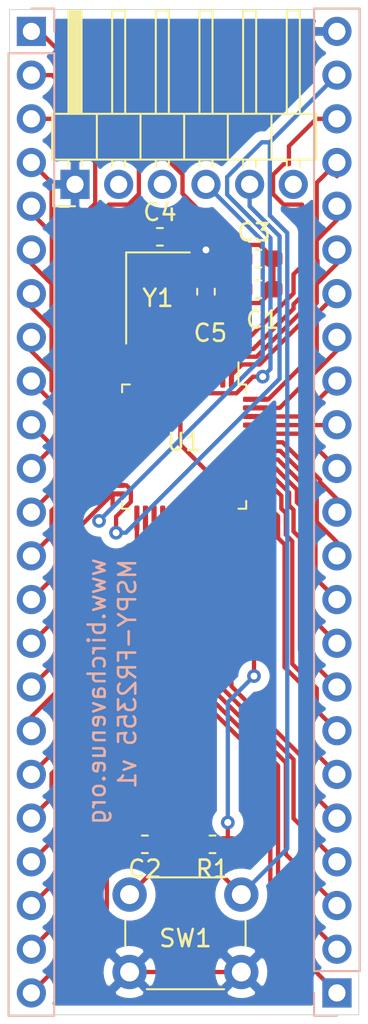
<source format=kicad_pcb>
(kicad_pcb (version 20171130) (host pcbnew 5.1.6-c6e7f7d~87~ubuntu18.04.1)

  (general
    (thickness 1.6)
    (drawings 6)
    (tracks 347)
    (zones 0)
    (modules 12)
    (nets 52)
  )

  (page A4)
  (layers
    (0 F.Cu signal)
    (31 B.Cu signal)
    (32 B.Adhes user)
    (33 F.Adhes user)
    (34 B.Paste user)
    (35 F.Paste user)
    (36 B.SilkS user)
    (37 F.SilkS user)
    (38 B.Mask user)
    (39 F.Mask user)
    (40 Dwgs.User user)
    (41 Cmts.User user)
    (42 Eco1.User user)
    (43 Eco2.User user)
    (44 Edge.Cuts user)
    (45 Margin user)
    (46 B.CrtYd user)
    (47 F.CrtYd user)
    (48 B.Fab user)
    (49 F.Fab user hide)
  )

  (setup
    (last_trace_width 0.25)
    (user_trace_width 0.5)
    (trace_clearance 0.2)
    (zone_clearance 0.508)
    (zone_45_only no)
    (trace_min 0.2)
    (via_size 0.8)
    (via_drill 0.4)
    (via_min_size 0.4)
    (via_min_drill 0.3)
    (uvia_size 0.3)
    (uvia_drill 0.1)
    (uvias_allowed no)
    (uvia_min_size 0.2)
    (uvia_min_drill 0.1)
    (edge_width 0.05)
    (segment_width 0.2)
    (pcb_text_width 0.3)
    (pcb_text_size 1.5 1.5)
    (mod_edge_width 0.12)
    (mod_text_size 1 1)
    (mod_text_width 0.15)
    (pad_size 1.524 1.524)
    (pad_drill 0.762)
    (pad_to_mask_clearance 0.05)
    (aux_axis_origin 0 0)
    (visible_elements FFFFFF7F)
    (pcbplotparams
      (layerselection 0x010fc_ffffffff)
      (usegerberextensions false)
      (usegerberattributes true)
      (usegerberadvancedattributes true)
      (creategerberjobfile true)
      (excludeedgelayer true)
      (linewidth 0.100000)
      (plotframeref false)
      (viasonmask false)
      (mode 1)
      (useauxorigin false)
      (hpglpennumber 1)
      (hpglpenspeed 20)
      (hpglpendiameter 15.000000)
      (psnegative false)
      (psa4output false)
      (plotreference true)
      (plotvalue true)
      (plotinvisibletext false)
      (padsonsilk false)
      (subtractmaskfromsilk false)
      (outputformat 1)
      (mirror false)
      (drillshape 0)
      (scaleselection 1)
      (outputdirectory "plots/"))
  )

  (net 0 "")
  (net 1 GND)
  (net 2 +3V3)
  (net 3 ~RST~)
  (net 4 XOUT)
  (net 5 XIN)
  (net 6 P31)
  (net 7 P30)
  (net 8 P29)
  (net 9 P28)
  (net 10 P27)
  (net 11 P26)
  (net 12 P25)
  (net 13 P24)
  (net 14 P23)
  (net 15 P22)
  (net 16 P21)
  (net 17 P20)
  (net 18 P19)
  (net 19 P18)
  (net 20 P17)
  (net 21 P16)
  (net 22 P15)
  (net 23 P14)
  (net 24 P13)
  (net 25 P12)
  (net 26 P11)
  (net 27 P10)
  (net 28 P4)
  (net 29 P3)
  (net 30 P2)
  (net 31 P1)
  (net 32 P48)
  (net 33 P47)
  (net 34 P46)
  (net 35 P45)
  (net 36 P44)
  (net 37 P43)
  (net 38 P42)
  (net 39 P41)
  (net 40 P40)
  (net 41 P39)
  (net 42 P38)
  (net 43 P37)
  (net 44 P36)
  (net 45 P35)
  (net 46 P34)
  (net 47 P33)
  (net 48 P32)
  (net 49 "Net-(J3-Pad6)")
  (net 50 "Net-(J3-Pad3)")
  (net 51 "Net-(J3-Pad2)")

  (net_class Default "This is the default net class."
    (clearance 0.2)
    (trace_width 0.25)
    (via_dia 0.8)
    (via_drill 0.4)
    (uvia_dia 0.3)
    (uvia_drill 0.1)
    (add_net +3V3)
    (add_net GND)
    (add_net "Net-(J3-Pad2)")
    (add_net "Net-(J3-Pad3)")
    (add_net "Net-(J3-Pad6)")
    (add_net P1)
    (add_net P10)
    (add_net P11)
    (add_net P12)
    (add_net P13)
    (add_net P14)
    (add_net P15)
    (add_net P16)
    (add_net P17)
    (add_net P18)
    (add_net P19)
    (add_net P2)
    (add_net P20)
    (add_net P21)
    (add_net P22)
    (add_net P23)
    (add_net P24)
    (add_net P25)
    (add_net P26)
    (add_net P27)
    (add_net P28)
    (add_net P29)
    (add_net P3)
    (add_net P30)
    (add_net P31)
    (add_net P32)
    (add_net P33)
    (add_net P34)
    (add_net P35)
    (add_net P36)
    (add_net P37)
    (add_net P38)
    (add_net P39)
    (add_net P4)
    (add_net P40)
    (add_net P41)
    (add_net P42)
    (add_net P43)
    (add_net P44)
    (add_net P45)
    (add_net P46)
    (add_net P47)
    (add_net P48)
    (add_net XIN)
    (add_net XOUT)
    (add_net ~RST~)
  )

  (module Connector_PinHeader_2.54mm:PinHeader_1x23_P2.54mm_Vertical locked (layer B.Cu) (tedit 59FED5CC) (tstamp 5F61A5F0)
    (at 149.352 125.476)
    (descr "Through hole straight pin header, 1x23, 2.54mm pitch, single row")
    (tags "Through hole pin header THT 1x23 2.54mm single row")
    (path /5F702687)
    (fp_text reference J2 (at 0 2.33) (layer B.SilkS) hide
      (effects (font (size 1 1) (thickness 0.15)) (justify mirror))
    )
    (fp_text value Conn_01x23 (at 0 -58.21) (layer B.Fab) hide
      (effects (font (size 1 1) (thickness 0.15)) (justify mirror))
    )
    (fp_line (start -0.635 1.27) (end 1.27 1.27) (layer B.Fab) (width 0.1))
    (fp_line (start 1.27 1.27) (end 1.27 -57.15) (layer B.Fab) (width 0.1))
    (fp_line (start 1.27 -57.15) (end -1.27 -57.15) (layer B.Fab) (width 0.1))
    (fp_line (start -1.27 -57.15) (end -1.27 0.635) (layer B.Fab) (width 0.1))
    (fp_line (start -1.27 0.635) (end -0.635 1.27) (layer B.Fab) (width 0.1))
    (fp_line (start -1.33 -57.21) (end 1.33 -57.21) (layer B.SilkS) (width 0.12))
    (fp_line (start -1.33 -1.27) (end -1.33 -57.21) (layer B.SilkS) (width 0.12))
    (fp_line (start 1.33 -1.27) (end 1.33 -57.21) (layer B.SilkS) (width 0.12))
    (fp_line (start -1.33 -1.27) (end 1.33 -1.27) (layer B.SilkS) (width 0.12))
    (fp_line (start -1.33 0) (end -1.33 1.33) (layer B.SilkS) (width 0.12))
    (fp_line (start -1.33 1.33) (end 0 1.33) (layer B.SilkS) (width 0.12))
    (fp_line (start -1.8 1.8) (end -1.8 -57.65) (layer B.CrtYd) (width 0.05))
    (fp_line (start -1.8 -57.65) (end 1.8 -57.65) (layer B.CrtYd) (width 0.05))
    (fp_line (start 1.8 -57.65) (end 1.8 1.8) (layer B.CrtYd) (width 0.05))
    (fp_line (start 1.8 1.8) (end -1.8 1.8) (layer B.CrtYd) (width 0.05))
    (fp_text user %R (at 0 -27.94 -90) (layer B.Fab)
      (effects (font (size 1 1) (thickness 0.15)) (justify mirror))
    )
    (pad 23 thru_hole oval (at 0 -55.88) (size 1.7 1.7) (drill 1) (layers *.Cu *.Mask)
      (net 1 GND))
    (pad 22 thru_hole oval (at 0 -53.34) (size 1.7 1.7) (drill 1) (layers *.Cu *.Mask)
      (net 3 ~RST~))
    (pad 21 thru_hole oval (at 0 -50.8) (size 1.7 1.7) (drill 1) (layers *.Cu *.Mask)
      (net 28 P4))
    (pad 20 thru_hole oval (at 0 -48.26) (size 1.7 1.7) (drill 1) (layers *.Cu *.Mask)
      (net 29 P3))
    (pad 19 thru_hole oval (at 0 -45.72) (size 1.7 1.7) (drill 1) (layers *.Cu *.Mask)
      (net 30 P2))
    (pad 18 thru_hole oval (at 0 -43.18) (size 1.7 1.7) (drill 1) (layers *.Cu *.Mask)
      (net 31 P1))
    (pad 17 thru_hole oval (at 0 -40.64) (size 1.7 1.7) (drill 1) (layers *.Cu *.Mask)
      (net 32 P48))
    (pad 16 thru_hole oval (at 0 -38.1) (size 1.7 1.7) (drill 1) (layers *.Cu *.Mask)
      (net 33 P47))
    (pad 15 thru_hole oval (at 0 -35.56) (size 1.7 1.7) (drill 1) (layers *.Cu *.Mask)
      (net 34 P46))
    (pad 14 thru_hole oval (at 0 -33.02) (size 1.7 1.7) (drill 1) (layers *.Cu *.Mask)
      (net 35 P45))
    (pad 13 thru_hole oval (at 0 -30.48) (size 1.7 1.7) (drill 1) (layers *.Cu *.Mask)
      (net 36 P44))
    (pad 12 thru_hole oval (at 0 -27.94) (size 1.7 1.7) (drill 1) (layers *.Cu *.Mask)
      (net 37 P43))
    (pad 11 thru_hole oval (at 0 -25.4) (size 1.7 1.7) (drill 1) (layers *.Cu *.Mask)
      (net 38 P42))
    (pad 10 thru_hole oval (at 0 -22.86) (size 1.7 1.7) (drill 1) (layers *.Cu *.Mask)
      (net 39 P41))
    (pad 9 thru_hole oval (at 0 -20.32) (size 1.7 1.7) (drill 1) (layers *.Cu *.Mask)
      (net 40 P40))
    (pad 8 thru_hole oval (at 0 -17.78) (size 1.7 1.7) (drill 1) (layers *.Cu *.Mask)
      (net 41 P39))
    (pad 7 thru_hole oval (at 0 -15.24) (size 1.7 1.7) (drill 1) (layers *.Cu *.Mask)
      (net 42 P38))
    (pad 6 thru_hole oval (at 0 -12.7) (size 1.7 1.7) (drill 1) (layers *.Cu *.Mask)
      (net 43 P37))
    (pad 5 thru_hole oval (at 0 -10.16) (size 1.7 1.7) (drill 1) (layers *.Cu *.Mask)
      (net 44 P36))
    (pad 4 thru_hole oval (at 0 -7.62) (size 1.7 1.7) (drill 1) (layers *.Cu *.Mask)
      (net 45 P35))
    (pad 3 thru_hole oval (at 0 -5.08) (size 1.7 1.7) (drill 1) (layers *.Cu *.Mask)
      (net 46 P34))
    (pad 2 thru_hole oval (at 0 -2.54) (size 1.7 1.7) (drill 1) (layers *.Cu *.Mask)
      (net 47 P33))
    (pad 1 thru_hole rect (at 0 0) (size 1.7 1.7) (drill 1) (layers *.Cu *.Mask)
      (net 48 P32))
    (model ${KISYS3DMOD}/Connector_PinHeader_2.54mm.3dshapes/PinHeader_1x23_P2.54mm_Vertical.wrl
      (at (xyz 0 0 0))
      (scale (xyz 1 1 1))
      (rotate (xyz 0 0 0))
    )
  )

  (module Connector_PinHeader_2.54mm:PinHeader_1x23_P2.54mm_Vertical locked (layer B.Cu) (tedit 59FED5CC) (tstamp 5F61A5C5)
    (at 131.572 69.596 180)
    (descr "Through hole straight pin header, 1x23, 2.54mm pitch, single row")
    (tags "Through hole pin header THT 1x23 2.54mm single row")
    (path /5F6E15AB)
    (fp_text reference J1 (at 0 2.33) (layer B.SilkS) hide
      (effects (font (size 1 1) (thickness 0.15)) (justify mirror))
    )
    (fp_text value Conn_01x23 (at 0 -58.21) (layer B.Fab) hide
      (effects (font (size 1 1) (thickness 0.15)) (justify mirror))
    )
    (fp_line (start -0.635 1.27) (end 1.27 1.27) (layer B.Fab) (width 0.1))
    (fp_line (start 1.27 1.27) (end 1.27 -57.15) (layer B.Fab) (width 0.1))
    (fp_line (start 1.27 -57.15) (end -1.27 -57.15) (layer B.Fab) (width 0.1))
    (fp_line (start -1.27 -57.15) (end -1.27 0.635) (layer B.Fab) (width 0.1))
    (fp_line (start -1.27 0.635) (end -0.635 1.27) (layer B.Fab) (width 0.1))
    (fp_line (start -1.33 -57.21) (end 1.33 -57.21) (layer B.SilkS) (width 0.12))
    (fp_line (start -1.33 -1.27) (end -1.33 -57.21) (layer B.SilkS) (width 0.12))
    (fp_line (start 1.33 -1.27) (end 1.33 -57.21) (layer B.SilkS) (width 0.12))
    (fp_line (start -1.33 -1.27) (end 1.33 -1.27) (layer B.SilkS) (width 0.12))
    (fp_line (start -1.33 0) (end -1.33 1.33) (layer B.SilkS) (width 0.12))
    (fp_line (start -1.33 1.33) (end 0 1.33) (layer B.SilkS) (width 0.12))
    (fp_line (start -1.8 1.8) (end -1.8 -57.65) (layer B.CrtYd) (width 0.05))
    (fp_line (start -1.8 -57.65) (end 1.8 -57.65) (layer B.CrtYd) (width 0.05))
    (fp_line (start 1.8 -57.65) (end 1.8 1.8) (layer B.CrtYd) (width 0.05))
    (fp_line (start 1.8 1.8) (end -1.8 1.8) (layer B.CrtYd) (width 0.05))
    (fp_text user %R (at 0 -27.94 270) (layer B.Fab)
      (effects (font (size 1 1) (thickness 0.15)) (justify mirror))
    )
    (pad 23 thru_hole oval (at 0 -55.88 180) (size 1.7 1.7) (drill 1) (layers *.Cu *.Mask)
      (net 6 P31))
    (pad 22 thru_hole oval (at 0 -53.34 180) (size 1.7 1.7) (drill 1) (layers *.Cu *.Mask)
      (net 7 P30))
    (pad 21 thru_hole oval (at 0 -50.8 180) (size 1.7 1.7) (drill 1) (layers *.Cu *.Mask)
      (net 8 P29))
    (pad 20 thru_hole oval (at 0 -48.26 180) (size 1.7 1.7) (drill 1) (layers *.Cu *.Mask)
      (net 9 P28))
    (pad 19 thru_hole oval (at 0 -45.72 180) (size 1.7 1.7) (drill 1) (layers *.Cu *.Mask)
      (net 10 P27))
    (pad 18 thru_hole oval (at 0 -43.18 180) (size 1.7 1.7) (drill 1) (layers *.Cu *.Mask)
      (net 11 P26))
    (pad 17 thru_hole oval (at 0 -40.64 180) (size 1.7 1.7) (drill 1) (layers *.Cu *.Mask)
      (net 12 P25))
    (pad 16 thru_hole oval (at 0 -38.1 180) (size 1.7 1.7) (drill 1) (layers *.Cu *.Mask)
      (net 13 P24))
    (pad 15 thru_hole oval (at 0 -35.56 180) (size 1.7 1.7) (drill 1) (layers *.Cu *.Mask)
      (net 14 P23))
    (pad 14 thru_hole oval (at 0 -33.02 180) (size 1.7 1.7) (drill 1) (layers *.Cu *.Mask)
      (net 15 P22))
    (pad 13 thru_hole oval (at 0 -30.48 180) (size 1.7 1.7) (drill 1) (layers *.Cu *.Mask)
      (net 16 P21))
    (pad 12 thru_hole oval (at 0 -27.94 180) (size 1.7 1.7) (drill 1) (layers *.Cu *.Mask)
      (net 17 P20))
    (pad 11 thru_hole oval (at 0 -25.4 180) (size 1.7 1.7) (drill 1) (layers *.Cu *.Mask)
      (net 18 P19))
    (pad 10 thru_hole oval (at 0 -22.86 180) (size 1.7 1.7) (drill 1) (layers *.Cu *.Mask)
      (net 19 P18))
    (pad 9 thru_hole oval (at 0 -20.32 180) (size 1.7 1.7) (drill 1) (layers *.Cu *.Mask)
      (net 20 P17))
    (pad 8 thru_hole oval (at 0 -17.78 180) (size 1.7 1.7) (drill 1) (layers *.Cu *.Mask)
      (net 21 P16))
    (pad 7 thru_hole oval (at 0 -15.24 180) (size 1.7 1.7) (drill 1) (layers *.Cu *.Mask)
      (net 22 P15))
    (pad 6 thru_hole oval (at 0 -12.7 180) (size 1.7 1.7) (drill 1) (layers *.Cu *.Mask)
      (net 23 P14))
    (pad 5 thru_hole oval (at 0 -10.16 180) (size 1.7 1.7) (drill 1) (layers *.Cu *.Mask)
      (net 24 P13))
    (pad 4 thru_hole oval (at 0 -7.62 180) (size 1.7 1.7) (drill 1) (layers *.Cu *.Mask)
      (net 25 P12))
    (pad 3 thru_hole oval (at 0 -5.08 180) (size 1.7 1.7) (drill 1) (layers *.Cu *.Mask)
      (net 26 P11))
    (pad 2 thru_hole oval (at 0 -2.54 180) (size 1.7 1.7) (drill 1) (layers *.Cu *.Mask)
      (net 27 P10))
    (pad 1 thru_hole rect (at 0 0 180) (size 1.7 1.7) (drill 1) (layers *.Cu *.Mask)
      (net 2 +3V3))
    (model ${KISYS3DMOD}/Connector_PinHeader_2.54mm.3dshapes/PinHeader_1x23_P2.54mm_Vertical.wrl
      (at (xyz 0 0 0))
      (scale (xyz 1 1 1))
      (rotate (xyz 0 0 0))
    )
  )

  (module Button_Switch_THT:SW_PUSH_6mm_H5mm (layer F.Cu) (tedit 5A02FE31) (tstamp 5F61A687)
    (at 137.287 119.761)
    (descr "tactile push button, 6x6mm e.g. PHAP33xx series, height=5mm")
    (tags "tact sw push 6mm")
    (path /5F7858B0)
    (fp_text reference SW1 (at 3.25 2.54) (layer F.SilkS)
      (effects (font (size 1 1) (thickness 0.15)))
    )
    (fp_text value SW_Push (at 3.75 6.7) (layer F.Fab) hide
      (effects (font (size 1 1) (thickness 0.15)))
    )
    (fp_line (start 3.25 -0.75) (end 6.25 -0.75) (layer F.Fab) (width 0.1))
    (fp_line (start 6.25 -0.75) (end 6.25 5.25) (layer F.Fab) (width 0.1))
    (fp_line (start 6.25 5.25) (end 0.25 5.25) (layer F.Fab) (width 0.1))
    (fp_line (start 0.25 5.25) (end 0.25 -0.75) (layer F.Fab) (width 0.1))
    (fp_line (start 0.25 -0.75) (end 3.25 -0.75) (layer F.Fab) (width 0.1))
    (fp_line (start 7.75 6) (end 8 6) (layer F.CrtYd) (width 0.05))
    (fp_line (start 8 6) (end 8 5.75) (layer F.CrtYd) (width 0.05))
    (fp_line (start 7.75 -1.5) (end 8 -1.5) (layer F.CrtYd) (width 0.05))
    (fp_line (start 8 -1.5) (end 8 -1.25) (layer F.CrtYd) (width 0.05))
    (fp_line (start -1.5 -1.25) (end -1.5 -1.5) (layer F.CrtYd) (width 0.05))
    (fp_line (start -1.5 -1.5) (end -1.25 -1.5) (layer F.CrtYd) (width 0.05))
    (fp_line (start -1.5 5.75) (end -1.5 6) (layer F.CrtYd) (width 0.05))
    (fp_line (start -1.5 6) (end -1.25 6) (layer F.CrtYd) (width 0.05))
    (fp_line (start -1.25 -1.5) (end 7.75 -1.5) (layer F.CrtYd) (width 0.05))
    (fp_line (start -1.5 5.75) (end -1.5 -1.25) (layer F.CrtYd) (width 0.05))
    (fp_line (start 7.75 6) (end -1.25 6) (layer F.CrtYd) (width 0.05))
    (fp_line (start 8 -1.25) (end 8 5.75) (layer F.CrtYd) (width 0.05))
    (fp_line (start 1 5.5) (end 5.5 5.5) (layer F.SilkS) (width 0.12))
    (fp_line (start -0.25 1.5) (end -0.25 3) (layer F.SilkS) (width 0.12))
    (fp_line (start 5.5 -1) (end 1 -1) (layer F.SilkS) (width 0.12))
    (fp_line (start 6.75 3) (end 6.75 1.5) (layer F.SilkS) (width 0.12))
    (fp_circle (center 3.25 2.25) (end 1.25 2.5) (layer F.Fab) (width 0.1))
    (fp_text user %R (at 3.25 2.25) (layer F.Fab)
      (effects (font (size 1 1) (thickness 0.15)))
    )
    (pad 1 thru_hole circle (at 6.5 0 90) (size 2 2) (drill 1.1) (layers *.Cu *.Mask)
      (net 3 ~RST~))
    (pad 2 thru_hole circle (at 6.5 4.5 90) (size 2 2) (drill 1.1) (layers *.Cu *.Mask)
      (net 1 GND))
    (pad 1 thru_hole circle (at 0 0 90) (size 2 2) (drill 1.1) (layers *.Cu *.Mask)
      (net 3 ~RST~))
    (pad 2 thru_hole circle (at 0 4.5 90) (size 2 2) (drill 1.1) (layers *.Cu *.Mask)
      (net 1 GND))
    (model ${KISYS3DMOD}/Button_Switch_THT.3dshapes/SW_PUSH_6mm_H5mm.wrl
      (at (xyz 0 0 0))
      (scale (xyz 1 1 1))
      (rotate (xyz 0 0 0))
    )
  )

  (module Crystal:Crystal_SMD_5032-4Pin_5.0x3.2mm (layer F.Cu) (tedit 5A0FD1B2) (tstamp 5F623A28)
    (at 138.938 85.09 270)
    (descr "SMD Crystal SERIES SMD2520/4 http://www.icbase.com/File/PDF/HKC/HKC00061008.pdf, 5.0x3.2mm^2 package")
    (tags "SMD SMT crystal")
    (path /5F619714)
    (attr smd)
    (fp_text reference Y1 (at 0 0 180) (layer F.SilkS)
      (effects (font (size 1 1) (thickness 0.15)))
    )
    (fp_text value Crystal_GND24 (at 0 2.8 90) (layer F.Fab)
      (effects (font (size 1 1) (thickness 0.15)))
    )
    (fp_line (start -2.3 -1.6) (end 2.3 -1.6) (layer F.Fab) (width 0.1))
    (fp_line (start 2.3 -1.6) (end 2.5 -1.4) (layer F.Fab) (width 0.1))
    (fp_line (start 2.5 -1.4) (end 2.5 1.4) (layer F.Fab) (width 0.1))
    (fp_line (start 2.5 1.4) (end 2.3 1.6) (layer F.Fab) (width 0.1))
    (fp_line (start 2.3 1.6) (end -2.3 1.6) (layer F.Fab) (width 0.1))
    (fp_line (start -2.3 1.6) (end -2.5 1.4) (layer F.Fab) (width 0.1))
    (fp_line (start -2.5 1.4) (end -2.5 -1.4) (layer F.Fab) (width 0.1))
    (fp_line (start -2.5 -1.4) (end -2.3 -1.6) (layer F.Fab) (width 0.1))
    (fp_line (start -2.5 0.6) (end -1.5 1.6) (layer F.Fab) (width 0.1))
    (fp_line (start -2.65 -1.85) (end -2.65 1.85) (layer F.SilkS) (width 0.12))
    (fp_line (start -2.65 1.85) (end 2.65 1.85) (layer F.SilkS) (width 0.12))
    (fp_line (start -2.8 -1.9) (end -2.8 1.9) (layer F.CrtYd) (width 0.05))
    (fp_line (start -2.8 1.9) (end 2.8 1.9) (layer F.CrtYd) (width 0.05))
    (fp_line (start 2.8 1.9) (end 2.8 -1.9) (layer F.CrtYd) (width 0.05))
    (fp_line (start 2.8 -1.9) (end -2.8 -1.9) (layer F.CrtYd) (width 0.05))
    (fp_text user %R (at 0 0 90) (layer F.Fab)
      (effects (font (size 1 1) (thickness 0.15)))
    )
    (pad 4 smd rect (at -1.65 -1 270) (size 1.6 1.3) (layers F.Cu F.Paste F.Mask)
      (net 1 GND))
    (pad 3 smd rect (at 1.65 -1 270) (size 1.6 1.3) (layers F.Cu F.Paste F.Mask)
      (net 5 XIN))
    (pad 2 smd rect (at 1.65 1 270) (size 1.6 1.3) (layers F.Cu F.Paste F.Mask)
      (net 1 GND))
    (pad 1 smd rect (at -1.65 1 270) (size 1.6 1.3) (layers F.Cu F.Paste F.Mask)
      (net 4 XOUT))
    (model ${KISYS3DMOD}/Crystal.3dshapes/Crystal_SMD_5032-4Pin_5.0x3.2mm.wrl
      (at (xyz 0 0 0))
      (scale (xyz 1 1 1))
      (rotate (xyz 0 0 0))
    )
  )

  (module Package_QFP:LQFP-48_7x7mm_P0.5mm (layer F.Cu) (tedit 5D9F72AF) (tstamp 5F61AC33)
    (at 140.462 93.726 270)
    (descr "LQFP, 48 Pin (https://www.analog.com/media/en/technical-documentation/data-sheets/ltc2358-16.pdf), generated with kicad-footprint-generator ipc_gullwing_generator.py")
    (tags "LQFP QFP")
    (path /5F51D7D6)
    (attr smd)
    (fp_text reference U1 (at -0.254 0 180) (layer F.SilkS)
      (effects (font (size 1 1) (thickness 0.15)))
    )
    (fp_text value MSP430FR2355TPT (at 0 5.85 90) (layer F.Fab)
      (effects (font (size 1 1) (thickness 0.15)))
    )
    (fp_line (start 3.16 3.61) (end 3.61 3.61) (layer F.SilkS) (width 0.12))
    (fp_line (start 3.61 3.61) (end 3.61 3.16) (layer F.SilkS) (width 0.12))
    (fp_line (start -3.16 3.61) (end -3.61 3.61) (layer F.SilkS) (width 0.12))
    (fp_line (start -3.61 3.61) (end -3.61 3.16) (layer F.SilkS) (width 0.12))
    (fp_line (start 3.16 -3.61) (end 3.61 -3.61) (layer F.SilkS) (width 0.12))
    (fp_line (start 3.61 -3.61) (end 3.61 -3.16) (layer F.SilkS) (width 0.12))
    (fp_line (start -3.16 -3.61) (end -3.61 -3.61) (layer F.SilkS) (width 0.12))
    (fp_line (start -3.61 -3.61) (end -3.61 -3.16) (layer F.SilkS) (width 0.12))
    (fp_line (start -3.61 -3.16) (end -4.9 -3.16) (layer F.SilkS) (width 0.12))
    (fp_line (start -2.5 -3.5) (end 3.5 -3.5) (layer F.Fab) (width 0.1))
    (fp_line (start 3.5 -3.5) (end 3.5 3.5) (layer F.Fab) (width 0.1))
    (fp_line (start 3.5 3.5) (end -3.5 3.5) (layer F.Fab) (width 0.1))
    (fp_line (start -3.5 3.5) (end -3.5 -2.5) (layer F.Fab) (width 0.1))
    (fp_line (start -3.5 -2.5) (end -2.5 -3.5) (layer F.Fab) (width 0.1))
    (fp_line (start 0 -5.15) (end -3.15 -5.15) (layer F.CrtYd) (width 0.05))
    (fp_line (start -3.15 -5.15) (end -3.15 -3.75) (layer F.CrtYd) (width 0.05))
    (fp_line (start -3.15 -3.75) (end -3.75 -3.75) (layer F.CrtYd) (width 0.05))
    (fp_line (start -3.75 -3.75) (end -3.75 -3.15) (layer F.CrtYd) (width 0.05))
    (fp_line (start -3.75 -3.15) (end -5.15 -3.15) (layer F.CrtYd) (width 0.05))
    (fp_line (start -5.15 -3.15) (end -5.15 0) (layer F.CrtYd) (width 0.05))
    (fp_line (start 0 -5.15) (end 3.15 -5.15) (layer F.CrtYd) (width 0.05))
    (fp_line (start 3.15 -5.15) (end 3.15 -3.75) (layer F.CrtYd) (width 0.05))
    (fp_line (start 3.15 -3.75) (end 3.75 -3.75) (layer F.CrtYd) (width 0.05))
    (fp_line (start 3.75 -3.75) (end 3.75 -3.15) (layer F.CrtYd) (width 0.05))
    (fp_line (start 3.75 -3.15) (end 5.15 -3.15) (layer F.CrtYd) (width 0.05))
    (fp_line (start 5.15 -3.15) (end 5.15 0) (layer F.CrtYd) (width 0.05))
    (fp_line (start 0 5.15) (end -3.15 5.15) (layer F.CrtYd) (width 0.05))
    (fp_line (start -3.15 5.15) (end -3.15 3.75) (layer F.CrtYd) (width 0.05))
    (fp_line (start -3.15 3.75) (end -3.75 3.75) (layer F.CrtYd) (width 0.05))
    (fp_line (start -3.75 3.75) (end -3.75 3.15) (layer F.CrtYd) (width 0.05))
    (fp_line (start -3.75 3.15) (end -5.15 3.15) (layer F.CrtYd) (width 0.05))
    (fp_line (start -5.15 3.15) (end -5.15 0) (layer F.CrtYd) (width 0.05))
    (fp_line (start 0 5.15) (end 3.15 5.15) (layer F.CrtYd) (width 0.05))
    (fp_line (start 3.15 5.15) (end 3.15 3.75) (layer F.CrtYd) (width 0.05))
    (fp_line (start 3.15 3.75) (end 3.75 3.75) (layer F.CrtYd) (width 0.05))
    (fp_line (start 3.75 3.75) (end 3.75 3.15) (layer F.CrtYd) (width 0.05))
    (fp_line (start 3.75 3.15) (end 5.15 3.15) (layer F.CrtYd) (width 0.05))
    (fp_line (start 5.15 3.15) (end 5.15 0) (layer F.CrtYd) (width 0.05))
    (fp_text user %R (at 0 0 90) (layer F.Fab)
      (effects (font (size 1 1) (thickness 0.15)))
    )
    (pad 48 smd roundrect (at -2.75 -4.1625 270) (size 0.3 1.475) (layers F.Cu F.Paste F.Mask) (roundrect_rratio 0.25)
      (net 32 P48))
    (pad 47 smd roundrect (at -2.25 -4.1625 270) (size 0.3 1.475) (layers F.Cu F.Paste F.Mask) (roundrect_rratio 0.25)
      (net 33 P47))
    (pad 46 smd roundrect (at -1.75 -4.1625 270) (size 0.3 1.475) (layers F.Cu F.Paste F.Mask) (roundrect_rratio 0.25)
      (net 34 P46))
    (pad 45 smd roundrect (at -1.25 -4.1625 270) (size 0.3 1.475) (layers F.Cu F.Paste F.Mask) (roundrect_rratio 0.25)
      (net 35 P45))
    (pad 44 smd roundrect (at -0.75 -4.1625 270) (size 0.3 1.475) (layers F.Cu F.Paste F.Mask) (roundrect_rratio 0.25)
      (net 36 P44))
    (pad 43 smd roundrect (at -0.25 -4.1625 270) (size 0.3 1.475) (layers F.Cu F.Paste F.Mask) (roundrect_rratio 0.25)
      (net 37 P43))
    (pad 42 smd roundrect (at 0.25 -4.1625 270) (size 0.3 1.475) (layers F.Cu F.Paste F.Mask) (roundrect_rratio 0.25)
      (net 38 P42))
    (pad 41 smd roundrect (at 0.75 -4.1625 270) (size 0.3 1.475) (layers F.Cu F.Paste F.Mask) (roundrect_rratio 0.25)
      (net 39 P41))
    (pad 40 smd roundrect (at 1.25 -4.1625 270) (size 0.3 1.475) (layers F.Cu F.Paste F.Mask) (roundrect_rratio 0.25)
      (net 40 P40))
    (pad 39 smd roundrect (at 1.75 -4.1625 270) (size 0.3 1.475) (layers F.Cu F.Paste F.Mask) (roundrect_rratio 0.25)
      (net 41 P39))
    (pad 38 smd roundrect (at 2.25 -4.1625 270) (size 0.3 1.475) (layers F.Cu F.Paste F.Mask) (roundrect_rratio 0.25)
      (net 42 P38))
    (pad 37 smd roundrect (at 2.75 -4.1625 270) (size 0.3 1.475) (layers F.Cu F.Paste F.Mask) (roundrect_rratio 0.25)
      (net 43 P37))
    (pad 36 smd roundrect (at 4.1625 -2.75 270) (size 1.475 0.3) (layers F.Cu F.Paste F.Mask) (roundrect_rratio 0.25)
      (net 44 P36))
    (pad 35 smd roundrect (at 4.1625 -2.25 270) (size 1.475 0.3) (layers F.Cu F.Paste F.Mask) (roundrect_rratio 0.25)
      (net 45 P35))
    (pad 34 smd roundrect (at 4.1625 -1.75 270) (size 1.475 0.3) (layers F.Cu F.Paste F.Mask) (roundrect_rratio 0.25)
      (net 46 P34))
    (pad 33 smd roundrect (at 4.1625 -1.25 270) (size 1.475 0.3) (layers F.Cu F.Paste F.Mask) (roundrect_rratio 0.25)
      (net 47 P33))
    (pad 32 smd roundrect (at 4.1625 -0.75 270) (size 1.475 0.3) (layers F.Cu F.Paste F.Mask) (roundrect_rratio 0.25)
      (net 48 P32))
    (pad 31 smd roundrect (at 4.1625 -0.25 270) (size 1.475 0.3) (layers F.Cu F.Paste F.Mask) (roundrect_rratio 0.25)
      (net 6 P31))
    (pad 30 smd roundrect (at 4.1625 0.25 270) (size 1.475 0.3) (layers F.Cu F.Paste F.Mask) (roundrect_rratio 0.25)
      (net 7 P30))
    (pad 29 smd roundrect (at 4.1625 0.75 270) (size 1.475 0.3) (layers F.Cu F.Paste F.Mask) (roundrect_rratio 0.25)
      (net 8 P29))
    (pad 28 smd roundrect (at 4.1625 1.25 270) (size 1.475 0.3) (layers F.Cu F.Paste F.Mask) (roundrect_rratio 0.25)
      (net 9 P28))
    (pad 27 smd roundrect (at 4.1625 1.75 270) (size 1.475 0.3) (layers F.Cu F.Paste F.Mask) (roundrect_rratio 0.25)
      (net 10 P27))
    (pad 26 smd roundrect (at 4.1625 2.25 270) (size 1.475 0.3) (layers F.Cu F.Paste F.Mask) (roundrect_rratio 0.25)
      (net 11 P26))
    (pad 25 smd roundrect (at 4.1625 2.75 270) (size 1.475 0.3) (layers F.Cu F.Paste F.Mask) (roundrect_rratio 0.25)
      (net 12 P25))
    (pad 24 smd roundrect (at 2.75 4.1625 270) (size 0.3 1.475) (layers F.Cu F.Paste F.Mask) (roundrect_rratio 0.25)
      (net 13 P24))
    (pad 23 smd roundrect (at 2.25 4.1625 270) (size 0.3 1.475) (layers F.Cu F.Paste F.Mask) (roundrect_rratio 0.25)
      (net 14 P23))
    (pad 22 smd roundrect (at 1.75 4.1625 270) (size 0.3 1.475) (layers F.Cu F.Paste F.Mask) (roundrect_rratio 0.25)
      (net 15 P22))
    (pad 21 smd roundrect (at 1.25 4.1625 270) (size 0.3 1.475) (layers F.Cu F.Paste F.Mask) (roundrect_rratio 0.25)
      (net 16 P21))
    (pad 20 smd roundrect (at 0.75 4.1625 270) (size 0.3 1.475) (layers F.Cu F.Paste F.Mask) (roundrect_rratio 0.25)
      (net 17 P20))
    (pad 19 smd roundrect (at 0.25 4.1625 270) (size 0.3 1.475) (layers F.Cu F.Paste F.Mask) (roundrect_rratio 0.25)
      (net 18 P19))
    (pad 18 smd roundrect (at -0.25 4.1625 270) (size 0.3 1.475) (layers F.Cu F.Paste F.Mask) (roundrect_rratio 0.25)
      (net 19 P18))
    (pad 17 smd roundrect (at -0.75 4.1625 270) (size 0.3 1.475) (layers F.Cu F.Paste F.Mask) (roundrect_rratio 0.25)
      (net 20 P17))
    (pad 16 smd roundrect (at -1.25 4.1625 270) (size 0.3 1.475) (layers F.Cu F.Paste F.Mask) (roundrect_rratio 0.25)
      (net 21 P16))
    (pad 15 smd roundrect (at -1.75 4.1625 270) (size 0.3 1.475) (layers F.Cu F.Paste F.Mask) (roundrect_rratio 0.25)
      (net 22 P15))
    (pad 14 smd roundrect (at -2.25 4.1625 270) (size 0.3 1.475) (layers F.Cu F.Paste F.Mask) (roundrect_rratio 0.25)
      (net 23 P14))
    (pad 13 smd roundrect (at -2.75 4.1625 270) (size 0.3 1.475) (layers F.Cu F.Paste F.Mask) (roundrect_rratio 0.25)
      (net 24 P13))
    (pad 12 smd roundrect (at -4.1625 2.75 270) (size 1.475 0.3) (layers F.Cu F.Paste F.Mask) (roundrect_rratio 0.25)
      (net 25 P12))
    (pad 11 smd roundrect (at -4.1625 2.25 270) (size 1.475 0.3) (layers F.Cu F.Paste F.Mask) (roundrect_rratio 0.25)
      (net 26 P11))
    (pad 10 smd roundrect (at -4.1625 1.75 270) (size 1.475 0.3) (layers F.Cu F.Paste F.Mask) (roundrect_rratio 0.25)
      (net 27 P10))
    (pad 9 smd roundrect (at -4.1625 1.25 270) (size 1.475 0.3) (layers F.Cu F.Paste F.Mask) (roundrect_rratio 0.25)
      (net 4 XOUT))
    (pad 8 smd roundrect (at -4.1625 0.75 270) (size 1.475 0.3) (layers F.Cu F.Paste F.Mask) (roundrect_rratio 0.25)
      (net 5 XIN))
    (pad 7 smd roundrect (at -4.1625 0.25 270) (size 1.475 0.3) (layers F.Cu F.Paste F.Mask) (roundrect_rratio 0.25)
      (net 1 GND))
    (pad 6 smd roundrect (at -4.1625 -0.25 270) (size 1.475 0.3) (layers F.Cu F.Paste F.Mask) (roundrect_rratio 0.25)
      (net 2 +3V3))
    (pad 5 smd roundrect (at -4.1625 -0.75 270) (size 1.475 0.3) (layers F.Cu F.Paste F.Mask) (roundrect_rratio 0.25)
      (net 3 ~RST~))
    (pad 4 smd roundrect (at -4.1625 -1.25 270) (size 1.475 0.3) (layers F.Cu F.Paste F.Mask) (roundrect_rratio 0.25)
      (net 28 P4))
    (pad 3 smd roundrect (at -4.1625 -1.75 270) (size 1.475 0.3) (layers F.Cu F.Paste F.Mask) (roundrect_rratio 0.25)
      (net 29 P3))
    (pad 2 smd roundrect (at -4.1625 -2.25 270) (size 1.475 0.3) (layers F.Cu F.Paste F.Mask) (roundrect_rratio 0.25)
      (net 30 P2))
    (pad 1 smd roundrect (at -4.1625 -2.75 270) (size 1.475 0.3) (layers F.Cu F.Paste F.Mask) (roundrect_rratio 0.25)
      (net 31 P1))
    (model ${KISYS3DMOD}/Package_QFP.3dshapes/LQFP-48_7x7mm_P0.5mm.wrl
      (at (xyz 0 0 0))
      (scale (xyz 1 1 1))
      (rotate (xyz 0 0 0))
    )
  )

  (module Capacitor_SMD:C_0603_1608Metric_Pad1.05x0.95mm_HandSolder (layer F.Cu) (tedit 5B301BBE) (tstamp 5F62B596)
    (at 139.051 81.534)
    (descr "Capacitor SMD 0603 (1608 Metric), square (rectangular) end terminal, IPC_7351 nominal with elongated pad for handsoldering. (Body size source: http://www.tortai-tech.com/upload/download/2011102023233369053.pdf), generated with kicad-footprint-generator")
    (tags "capacitor handsolder")
    (path /5F61747A)
    (attr smd)
    (fp_text reference C4 (at 0 -1.43) (layer F.SilkS)
      (effects (font (size 1 1) (thickness 0.15)))
    )
    (fp_text value C (at 0 1.43) (layer F.Fab)
      (effects (font (size 1 1) (thickness 0.15)))
    )
    (fp_line (start -0.8 0.4) (end -0.8 -0.4) (layer F.Fab) (width 0.1))
    (fp_line (start -0.8 -0.4) (end 0.8 -0.4) (layer F.Fab) (width 0.1))
    (fp_line (start 0.8 -0.4) (end 0.8 0.4) (layer F.Fab) (width 0.1))
    (fp_line (start 0.8 0.4) (end -0.8 0.4) (layer F.Fab) (width 0.1))
    (fp_line (start -0.171267 -0.51) (end 0.171267 -0.51) (layer F.SilkS) (width 0.12))
    (fp_line (start -0.171267 0.51) (end 0.171267 0.51) (layer F.SilkS) (width 0.12))
    (fp_line (start -1.65 0.73) (end -1.65 -0.73) (layer F.CrtYd) (width 0.05))
    (fp_line (start -1.65 -0.73) (end 1.65 -0.73) (layer F.CrtYd) (width 0.05))
    (fp_line (start 1.65 -0.73) (end 1.65 0.73) (layer F.CrtYd) (width 0.05))
    (fp_line (start 1.65 0.73) (end -1.65 0.73) (layer F.CrtYd) (width 0.05))
    (fp_text user %R (at 0 0) (layer F.Fab)
      (effects (font (size 0.4 0.4) (thickness 0.06)))
    )
    (pad 2 smd roundrect (at 0.875 0) (size 1.05 0.95) (layers F.Cu F.Paste F.Mask) (roundrect_rratio 0.25)
      (net 1 GND))
    (pad 1 smd roundrect (at -0.875 0) (size 1.05 0.95) (layers F.Cu F.Paste F.Mask) (roundrect_rratio 0.25)
      (net 4 XOUT))
    (model ${KISYS3DMOD}/Capacitor_SMD.3dshapes/C_0603_1608Metric.wrl
      (at (xyz 0 0 0))
      (scale (xyz 1 1 1))
      (rotate (xyz 0 0 0))
    )
  )

  (module Resistor_SMD:R_0603_1608Metric_Pad1.05x0.95mm_HandSolder (layer F.Cu) (tedit 5B301BBD) (tstamp 5F61CDB3)
    (at 142.113 116.84 180)
    (descr "Resistor SMD 0603 (1608 Metric), square (rectangular) end terminal, IPC_7351 nominal with elongated pad for handsoldering. (Body size source: http://www.tortai-tech.com/upload/download/2011102023233369053.pdf), generated with kicad-footprint-generator")
    (tags "resistor handsolder")
    (path /5F618C29)
    (attr smd)
    (fp_text reference R1 (at 0 -1.43) (layer F.SilkS)
      (effects (font (size 1 1) (thickness 0.15)))
    )
    (fp_text value 47k (at 0 1.43) (layer F.Fab)
      (effects (font (size 1 1) (thickness 0.15)))
    )
    (fp_line (start -0.8 0.4) (end -0.8 -0.4) (layer F.Fab) (width 0.1))
    (fp_line (start -0.8 -0.4) (end 0.8 -0.4) (layer F.Fab) (width 0.1))
    (fp_line (start 0.8 -0.4) (end 0.8 0.4) (layer F.Fab) (width 0.1))
    (fp_line (start 0.8 0.4) (end -0.8 0.4) (layer F.Fab) (width 0.1))
    (fp_line (start -0.171267 -0.51) (end 0.171267 -0.51) (layer F.SilkS) (width 0.12))
    (fp_line (start -0.171267 0.51) (end 0.171267 0.51) (layer F.SilkS) (width 0.12))
    (fp_line (start -1.65 0.73) (end -1.65 -0.73) (layer F.CrtYd) (width 0.05))
    (fp_line (start -1.65 -0.73) (end 1.65 -0.73) (layer F.CrtYd) (width 0.05))
    (fp_line (start 1.65 -0.73) (end 1.65 0.73) (layer F.CrtYd) (width 0.05))
    (fp_line (start 1.65 0.73) (end -1.65 0.73) (layer F.CrtYd) (width 0.05))
    (fp_text user %R (at 0 0) (layer F.Fab)
      (effects (font (size 0.4 0.4) (thickness 0.06)))
    )
    (pad 2 smd roundrect (at 0.875 0 180) (size 1.05 0.95) (layers F.Cu F.Paste F.Mask) (roundrect_rratio 0.25)
      (net 3 ~RST~))
    (pad 1 smd roundrect (at -0.875 0 180) (size 1.05 0.95) (layers F.Cu F.Paste F.Mask) (roundrect_rratio 0.25)
      (net 2 +3V3))
    (model ${KISYS3DMOD}/Resistor_SMD.3dshapes/R_0603_1608Metric.wrl
      (at (xyz 0 0 0))
      (scale (xyz 1 1 1))
      (rotate (xyz 0 0 0))
    )
  )

  (module Connector_PinHeader_2.54mm:PinHeader_1x06_P2.54mm_Horizontal (layer F.Cu) (tedit 59FED5CB) (tstamp 5F61A657)
    (at 134.112 78.486 90)
    (descr "Through hole angled pin header, 1x06, 2.54mm pitch, 6mm pin length, single row")
    (tags "Through hole angled pin header THT 1x06 2.54mm single row")
    (path /5F79E970)
    (fp_text reference J3 (at 4.385 -2.27 90) (layer F.SilkS) hide
      (effects (font (size 1 1) (thickness 0.15)))
    )
    (fp_text value Conn_01x06 (at 4.385 14.97 90) (layer F.Fab)
      (effects (font (size 1 1) (thickness 0.15)))
    )
    (fp_line (start 2.135 -1.27) (end 4.04 -1.27) (layer F.Fab) (width 0.1))
    (fp_line (start 4.04 -1.27) (end 4.04 13.97) (layer F.Fab) (width 0.1))
    (fp_line (start 4.04 13.97) (end 1.5 13.97) (layer F.Fab) (width 0.1))
    (fp_line (start 1.5 13.97) (end 1.5 -0.635) (layer F.Fab) (width 0.1))
    (fp_line (start 1.5 -0.635) (end 2.135 -1.27) (layer F.Fab) (width 0.1))
    (fp_line (start -0.32 -0.32) (end 1.5 -0.32) (layer F.Fab) (width 0.1))
    (fp_line (start -0.32 -0.32) (end -0.32 0.32) (layer F.Fab) (width 0.1))
    (fp_line (start -0.32 0.32) (end 1.5 0.32) (layer F.Fab) (width 0.1))
    (fp_line (start 4.04 -0.32) (end 10.04 -0.32) (layer F.Fab) (width 0.1))
    (fp_line (start 10.04 -0.32) (end 10.04 0.32) (layer F.Fab) (width 0.1))
    (fp_line (start 4.04 0.32) (end 10.04 0.32) (layer F.Fab) (width 0.1))
    (fp_line (start -0.32 2.22) (end 1.5 2.22) (layer F.Fab) (width 0.1))
    (fp_line (start -0.32 2.22) (end -0.32 2.86) (layer F.Fab) (width 0.1))
    (fp_line (start -0.32 2.86) (end 1.5 2.86) (layer F.Fab) (width 0.1))
    (fp_line (start 4.04 2.22) (end 10.04 2.22) (layer F.Fab) (width 0.1))
    (fp_line (start 10.04 2.22) (end 10.04 2.86) (layer F.Fab) (width 0.1))
    (fp_line (start 4.04 2.86) (end 10.04 2.86) (layer F.Fab) (width 0.1))
    (fp_line (start -0.32 4.76) (end 1.5 4.76) (layer F.Fab) (width 0.1))
    (fp_line (start -0.32 4.76) (end -0.32 5.4) (layer F.Fab) (width 0.1))
    (fp_line (start -0.32 5.4) (end 1.5 5.4) (layer F.Fab) (width 0.1))
    (fp_line (start 4.04 4.76) (end 10.04 4.76) (layer F.Fab) (width 0.1))
    (fp_line (start 10.04 4.76) (end 10.04 5.4) (layer F.Fab) (width 0.1))
    (fp_line (start 4.04 5.4) (end 10.04 5.4) (layer F.Fab) (width 0.1))
    (fp_line (start -0.32 7.3) (end 1.5 7.3) (layer F.Fab) (width 0.1))
    (fp_line (start -0.32 7.3) (end -0.32 7.94) (layer F.Fab) (width 0.1))
    (fp_line (start -0.32 7.94) (end 1.5 7.94) (layer F.Fab) (width 0.1))
    (fp_line (start 4.04 7.3) (end 10.04 7.3) (layer F.Fab) (width 0.1))
    (fp_line (start 10.04 7.3) (end 10.04 7.94) (layer F.Fab) (width 0.1))
    (fp_line (start 4.04 7.94) (end 10.04 7.94) (layer F.Fab) (width 0.1))
    (fp_line (start -0.32 9.84) (end 1.5 9.84) (layer F.Fab) (width 0.1))
    (fp_line (start -0.32 9.84) (end -0.32 10.48) (layer F.Fab) (width 0.1))
    (fp_line (start -0.32 10.48) (end 1.5 10.48) (layer F.Fab) (width 0.1))
    (fp_line (start 4.04 9.84) (end 10.04 9.84) (layer F.Fab) (width 0.1))
    (fp_line (start 10.04 9.84) (end 10.04 10.48) (layer F.Fab) (width 0.1))
    (fp_line (start 4.04 10.48) (end 10.04 10.48) (layer F.Fab) (width 0.1))
    (fp_line (start -0.32 12.38) (end 1.5 12.38) (layer F.Fab) (width 0.1))
    (fp_line (start -0.32 12.38) (end -0.32 13.02) (layer F.Fab) (width 0.1))
    (fp_line (start -0.32 13.02) (end 1.5 13.02) (layer F.Fab) (width 0.1))
    (fp_line (start 4.04 12.38) (end 10.04 12.38) (layer F.Fab) (width 0.1))
    (fp_line (start 10.04 12.38) (end 10.04 13.02) (layer F.Fab) (width 0.1))
    (fp_line (start 4.04 13.02) (end 10.04 13.02) (layer F.Fab) (width 0.1))
    (fp_line (start 1.44 -1.33) (end 1.44 14.03) (layer F.SilkS) (width 0.12))
    (fp_line (start 1.44 14.03) (end 4.1 14.03) (layer F.SilkS) (width 0.12))
    (fp_line (start 4.1 14.03) (end 4.1 -1.33) (layer F.SilkS) (width 0.12))
    (fp_line (start 4.1 -1.33) (end 1.44 -1.33) (layer F.SilkS) (width 0.12))
    (fp_line (start 4.1 -0.38) (end 10.1 -0.38) (layer F.SilkS) (width 0.12))
    (fp_line (start 10.1 -0.38) (end 10.1 0.38) (layer F.SilkS) (width 0.12))
    (fp_line (start 10.1 0.38) (end 4.1 0.38) (layer F.SilkS) (width 0.12))
    (fp_line (start 4.1 -0.32) (end 10.1 -0.32) (layer F.SilkS) (width 0.12))
    (fp_line (start 4.1 -0.2) (end 10.1 -0.2) (layer F.SilkS) (width 0.12))
    (fp_line (start 4.1 -0.08) (end 10.1 -0.08) (layer F.SilkS) (width 0.12))
    (fp_line (start 4.1 0.04) (end 10.1 0.04) (layer F.SilkS) (width 0.12))
    (fp_line (start 4.1 0.16) (end 10.1 0.16) (layer F.SilkS) (width 0.12))
    (fp_line (start 4.1 0.28) (end 10.1 0.28) (layer F.SilkS) (width 0.12))
    (fp_line (start 1.11 -0.38) (end 1.44 -0.38) (layer F.SilkS) (width 0.12))
    (fp_line (start 1.11 0.38) (end 1.44 0.38) (layer F.SilkS) (width 0.12))
    (fp_line (start 1.44 1.27) (end 4.1 1.27) (layer F.SilkS) (width 0.12))
    (fp_line (start 4.1 2.16) (end 10.1 2.16) (layer F.SilkS) (width 0.12))
    (fp_line (start 10.1 2.16) (end 10.1 2.92) (layer F.SilkS) (width 0.12))
    (fp_line (start 10.1 2.92) (end 4.1 2.92) (layer F.SilkS) (width 0.12))
    (fp_line (start 1.042929 2.16) (end 1.44 2.16) (layer F.SilkS) (width 0.12))
    (fp_line (start 1.042929 2.92) (end 1.44 2.92) (layer F.SilkS) (width 0.12))
    (fp_line (start 1.44 3.81) (end 4.1 3.81) (layer F.SilkS) (width 0.12))
    (fp_line (start 4.1 4.7) (end 10.1 4.7) (layer F.SilkS) (width 0.12))
    (fp_line (start 10.1 4.7) (end 10.1 5.46) (layer F.SilkS) (width 0.12))
    (fp_line (start 10.1 5.46) (end 4.1 5.46) (layer F.SilkS) (width 0.12))
    (fp_line (start 1.042929 4.7) (end 1.44 4.7) (layer F.SilkS) (width 0.12))
    (fp_line (start 1.042929 5.46) (end 1.44 5.46) (layer F.SilkS) (width 0.12))
    (fp_line (start 1.44 6.35) (end 4.1 6.35) (layer F.SilkS) (width 0.12))
    (fp_line (start 4.1 7.24) (end 10.1 7.24) (layer F.SilkS) (width 0.12))
    (fp_line (start 10.1 7.24) (end 10.1 8) (layer F.SilkS) (width 0.12))
    (fp_line (start 10.1 8) (end 4.1 8) (layer F.SilkS) (width 0.12))
    (fp_line (start 1.042929 7.24) (end 1.44 7.24) (layer F.SilkS) (width 0.12))
    (fp_line (start 1.042929 8) (end 1.44 8) (layer F.SilkS) (width 0.12))
    (fp_line (start 1.44 8.89) (end 4.1 8.89) (layer F.SilkS) (width 0.12))
    (fp_line (start 4.1 9.78) (end 10.1 9.78) (layer F.SilkS) (width 0.12))
    (fp_line (start 10.1 9.78) (end 10.1 10.54) (layer F.SilkS) (width 0.12))
    (fp_line (start 10.1 10.54) (end 4.1 10.54) (layer F.SilkS) (width 0.12))
    (fp_line (start 1.042929 9.78) (end 1.44 9.78) (layer F.SilkS) (width 0.12))
    (fp_line (start 1.042929 10.54) (end 1.44 10.54) (layer F.SilkS) (width 0.12))
    (fp_line (start 1.44 11.43) (end 4.1 11.43) (layer F.SilkS) (width 0.12))
    (fp_line (start 4.1 12.32) (end 10.1 12.32) (layer F.SilkS) (width 0.12))
    (fp_line (start 10.1 12.32) (end 10.1 13.08) (layer F.SilkS) (width 0.12))
    (fp_line (start 10.1 13.08) (end 4.1 13.08) (layer F.SilkS) (width 0.12))
    (fp_line (start 1.042929 12.32) (end 1.44 12.32) (layer F.SilkS) (width 0.12))
    (fp_line (start 1.042929 13.08) (end 1.44 13.08) (layer F.SilkS) (width 0.12))
    (fp_line (start -1.27 0) (end -1.27 -1.27) (layer F.SilkS) (width 0.12))
    (fp_line (start -1.27 -1.27) (end 0 -1.27) (layer F.SilkS) (width 0.12))
    (fp_line (start -1.8 -1.8) (end -1.8 14.5) (layer F.CrtYd) (width 0.05))
    (fp_line (start -1.8 14.5) (end 10.55 14.5) (layer F.CrtYd) (width 0.05))
    (fp_line (start 10.55 14.5) (end 10.55 -1.8) (layer F.CrtYd) (width 0.05))
    (fp_line (start 10.55 -1.8) (end -1.8 -1.8) (layer F.CrtYd) (width 0.05))
    (fp_text user %R (at 2.77 6.35) (layer F.Fab)
      (effects (font (size 1 1) (thickness 0.15)))
    )
    (pad 6 thru_hole oval (at 0 12.7 90) (size 1.7 1.7) (drill 1) (layers *.Cu *.Mask)
      (net 49 "Net-(J3-Pad6)"))
    (pad 5 thru_hole oval (at 0 10.16 90) (size 1.7 1.7) (drill 1) (layers *.Cu *.Mask)
      (net 14 P23))
    (pad 4 thru_hole oval (at 0 7.62 90) (size 1.7 1.7) (drill 1) (layers *.Cu *.Mask)
      (net 13 P24))
    (pad 3 thru_hole oval (at 0 5.08 90) (size 1.7 1.7) (drill 1) (layers *.Cu *.Mask)
      (net 50 "Net-(J3-Pad3)"))
    (pad 2 thru_hole oval (at 0 2.54 90) (size 1.7 1.7) (drill 1) (layers *.Cu *.Mask)
      (net 51 "Net-(J3-Pad2)"))
    (pad 1 thru_hole rect (at 0 0 90) (size 1.7 1.7) (drill 1) (layers *.Cu *.Mask)
      (net 1 GND))
    (model ${KISYS3DMOD}/Connector_PinHeader_2.54mm.3dshapes/PinHeader_1x06_P2.54mm_Horizontal.wrl
      (at (xyz 0 0 0))
      (scale (xyz 1 1 1))
      (rotate (xyz 0 0 0))
    )
  )

  (module Capacitor_SMD:C_0603_1608Metric_Pad1.05x0.95mm_HandSolder (layer F.Cu) (tedit 5B301BBE) (tstamp 5F61A59A)
    (at 141.732 84.723 90)
    (descr "Capacitor SMD 0603 (1608 Metric), square (rectangular) end terminal, IPC_7351 nominal with elongated pad for handsoldering. (Body size source: http://www.tortai-tech.com/upload/download/2011102023233369053.pdf), generated with kicad-footprint-generator")
    (tags "capacitor handsolder")
    (path /5F61856E)
    (attr smd)
    (fp_text reference C5 (at -2.399 0.254 180) (layer F.SilkS)
      (effects (font (size 1 1) (thickness 0.15)))
    )
    (fp_text value C (at 0 1.43 90) (layer F.Fab)
      (effects (font (size 1 1) (thickness 0.15)))
    )
    (fp_line (start -0.8 0.4) (end -0.8 -0.4) (layer F.Fab) (width 0.1))
    (fp_line (start -0.8 -0.4) (end 0.8 -0.4) (layer F.Fab) (width 0.1))
    (fp_line (start 0.8 -0.4) (end 0.8 0.4) (layer F.Fab) (width 0.1))
    (fp_line (start 0.8 0.4) (end -0.8 0.4) (layer F.Fab) (width 0.1))
    (fp_line (start -0.171267 -0.51) (end 0.171267 -0.51) (layer F.SilkS) (width 0.12))
    (fp_line (start -0.171267 0.51) (end 0.171267 0.51) (layer F.SilkS) (width 0.12))
    (fp_line (start -1.65 0.73) (end -1.65 -0.73) (layer F.CrtYd) (width 0.05))
    (fp_line (start -1.65 -0.73) (end 1.65 -0.73) (layer F.CrtYd) (width 0.05))
    (fp_line (start 1.65 -0.73) (end 1.65 0.73) (layer F.CrtYd) (width 0.05))
    (fp_line (start 1.65 0.73) (end -1.65 0.73) (layer F.CrtYd) (width 0.05))
    (fp_text user %R (at 0 0 90) (layer F.Fab)
      (effects (font (size 0.4 0.4) (thickness 0.06)))
    )
    (pad 2 smd roundrect (at 0.875 0 90) (size 1.05 0.95) (layers F.Cu F.Paste F.Mask) (roundrect_rratio 0.25)
      (net 1 GND))
    (pad 1 smd roundrect (at -0.875 0 90) (size 1.05 0.95) (layers F.Cu F.Paste F.Mask) (roundrect_rratio 0.25)
      (net 5 XIN))
    (model ${KISYS3DMOD}/Capacitor_SMD.3dshapes/C_0603_1608Metric.wrl
      (at (xyz 0 0 0))
      (scale (xyz 1 1 1))
      (rotate (xyz 0 0 0))
    )
  )

  (module Capacitor_SMD:C_0603_1608Metric_Pad1.05x0.95mm_HandSolder (layer F.Cu) (tedit 5B301BBE) (tstamp 5F61A578)
    (at 144.78 82.804 180)
    (descr "Capacitor SMD 0603 (1608 Metric), square (rectangular) end terminal, IPC_7351 nominal with elongated pad for handsoldering. (Body size source: http://www.tortai-tech.com/upload/download/2011102023233369053.pdf), generated with kicad-footprint-generator")
    (tags "capacitor handsolder")
    (path /5F617B18)
    (attr smd)
    (fp_text reference C3 (at 0.254 1.524) (layer F.SilkS)
      (effects (font (size 1 1) (thickness 0.15)))
    )
    (fp_text value 10uF (at 0 1.43) (layer F.Fab)
      (effects (font (size 1 1) (thickness 0.15)))
    )
    (fp_line (start -0.8 0.4) (end -0.8 -0.4) (layer F.Fab) (width 0.1))
    (fp_line (start -0.8 -0.4) (end 0.8 -0.4) (layer F.Fab) (width 0.1))
    (fp_line (start 0.8 -0.4) (end 0.8 0.4) (layer F.Fab) (width 0.1))
    (fp_line (start 0.8 0.4) (end -0.8 0.4) (layer F.Fab) (width 0.1))
    (fp_line (start -0.171267 -0.51) (end 0.171267 -0.51) (layer F.SilkS) (width 0.12))
    (fp_line (start -0.171267 0.51) (end 0.171267 0.51) (layer F.SilkS) (width 0.12))
    (fp_line (start -1.65 0.73) (end -1.65 -0.73) (layer F.CrtYd) (width 0.05))
    (fp_line (start -1.65 -0.73) (end 1.65 -0.73) (layer F.CrtYd) (width 0.05))
    (fp_line (start 1.65 -0.73) (end 1.65 0.73) (layer F.CrtYd) (width 0.05))
    (fp_line (start 1.65 0.73) (end -1.65 0.73) (layer F.CrtYd) (width 0.05))
    (fp_text user %R (at 0 0) (layer F.Fab)
      (effects (font (size 0.4 0.4) (thickness 0.06)))
    )
    (pad 2 smd roundrect (at 0.875 0 180) (size 1.05 0.95) (layers F.Cu F.Paste F.Mask) (roundrect_rratio 0.25)
      (net 1 GND))
    (pad 1 smd roundrect (at -0.875 0 180) (size 1.05 0.95) (layers F.Cu F.Paste F.Mask) (roundrect_rratio 0.25)
      (net 2 +3V3))
    (model ${KISYS3DMOD}/Capacitor_SMD.3dshapes/C_0603_1608Metric.wrl
      (at (xyz 0 0 0))
      (scale (xyz 1 1 1))
      (rotate (xyz 0 0 0))
    )
  )

  (module Capacitor_SMD:C_0603_1608Metric_Pad1.05x0.95mm_HandSolder (layer F.Cu) (tedit 5B301BBE) (tstamp 5F61F4FF)
    (at 138.176 116.84 180)
    (descr "Capacitor SMD 0603 (1608 Metric), square (rectangular) end terminal, IPC_7351 nominal with elongated pad for handsoldering. (Body size source: http://www.tortai-tech.com/upload/download/2011102023233369053.pdf), generated with kicad-footprint-generator")
    (tags "capacitor handsolder")
    (path /5F617FA5)
    (attr smd)
    (fp_text reference C2 (at 0 -1.43) (layer F.SilkS)
      (effects (font (size 1 1) (thickness 0.15)))
    )
    (fp_text value 1nF (at 0.24 -1.27) (layer F.Fab)
      (effects (font (size 1 1) (thickness 0.15)))
    )
    (fp_line (start -0.8 0.4) (end -0.8 -0.4) (layer F.Fab) (width 0.1))
    (fp_line (start -0.8 -0.4) (end 0.8 -0.4) (layer F.Fab) (width 0.1))
    (fp_line (start 0.8 -0.4) (end 0.8 0.4) (layer F.Fab) (width 0.1))
    (fp_line (start 0.8 0.4) (end -0.8 0.4) (layer F.Fab) (width 0.1))
    (fp_line (start -0.171267 -0.51) (end 0.171267 -0.51) (layer F.SilkS) (width 0.12))
    (fp_line (start -0.171267 0.51) (end 0.171267 0.51) (layer F.SilkS) (width 0.12))
    (fp_line (start -1.65 0.73) (end -1.65 -0.73) (layer F.CrtYd) (width 0.05))
    (fp_line (start -1.65 -0.73) (end 1.65 -0.73) (layer F.CrtYd) (width 0.05))
    (fp_line (start 1.65 -0.73) (end 1.65 0.73) (layer F.CrtYd) (width 0.05))
    (fp_line (start 1.65 0.73) (end -1.65 0.73) (layer F.CrtYd) (width 0.05))
    (fp_text user %R (at 0 0) (layer F.Fab)
      (effects (font (size 0.4 0.4) (thickness 0.06)))
    )
    (pad 2 smd roundrect (at 0.875 0 180) (size 1.05 0.95) (layers F.Cu F.Paste F.Mask) (roundrect_rratio 0.25)
      (net 1 GND))
    (pad 1 smd roundrect (at -0.875 0 180) (size 1.05 0.95) (layers F.Cu F.Paste F.Mask) (roundrect_rratio 0.25)
      (net 3 ~RST~))
    (model ${KISYS3DMOD}/Capacitor_SMD.3dshapes/C_0603_1608Metric.wrl
      (at (xyz 0 0 0))
      (scale (xyz 1 1 1))
      (rotate (xyz 0 0 0))
    )
  )

  (module Capacitor_SMD:C_0603_1608Metric_Pad1.05x0.95mm_HandSolder (layer F.Cu) (tedit 5B301BBE) (tstamp 5F61A556)
    (at 144.78 84.582 180)
    (descr "Capacitor SMD 0603 (1608 Metric), square (rectangular) end terminal, IPC_7351 nominal with elongated pad for handsoldering. (Body size source: http://www.tortai-tech.com/upload/download/2011102023233369053.pdf), generated with kicad-footprint-generator")
    (tags "capacitor handsolder")
    (path /5F617697)
    (attr smd)
    (fp_text reference C1 (at -0.254 -1.778) (layer F.SilkS)
      (effects (font (size 1 1) (thickness 0.15)))
    )
    (fp_text value 0.1uF (at 0 1.43) (layer F.Fab)
      (effects (font (size 1 1) (thickness 0.15)))
    )
    (fp_line (start -0.8 0.4) (end -0.8 -0.4) (layer F.Fab) (width 0.1))
    (fp_line (start -0.8 -0.4) (end 0.8 -0.4) (layer F.Fab) (width 0.1))
    (fp_line (start 0.8 -0.4) (end 0.8 0.4) (layer F.Fab) (width 0.1))
    (fp_line (start 0.8 0.4) (end -0.8 0.4) (layer F.Fab) (width 0.1))
    (fp_line (start -0.171267 -0.51) (end 0.171267 -0.51) (layer F.SilkS) (width 0.12))
    (fp_line (start -0.171267 0.51) (end 0.171267 0.51) (layer F.SilkS) (width 0.12))
    (fp_line (start -1.65 0.73) (end -1.65 -0.73) (layer F.CrtYd) (width 0.05))
    (fp_line (start -1.65 -0.73) (end 1.65 -0.73) (layer F.CrtYd) (width 0.05))
    (fp_line (start 1.65 -0.73) (end 1.65 0.73) (layer F.CrtYd) (width 0.05))
    (fp_line (start 1.65 0.73) (end -1.65 0.73) (layer F.CrtYd) (width 0.05))
    (fp_text user %R (at 0 0) (layer F.Fab)
      (effects (font (size 0.4 0.4) (thickness 0.06)))
    )
    (pad 2 smd roundrect (at 0.875 0 180) (size 1.05 0.95) (layers F.Cu F.Paste F.Mask) (roundrect_rratio 0.25)
      (net 1 GND))
    (pad 1 smd roundrect (at -0.875 0 180) (size 1.05 0.95) (layers F.Cu F.Paste F.Mask) (roundrect_rratio 0.25)
      (net 2 +3V3))
    (model ${KISYS3DMOD}/Capacitor_SMD.3dshapes/C_0603_1608Metric.wrl
      (at (xyz 0 0 0))
      (scale (xyz 1 1 1))
      (rotate (xyz 0 0 0))
    )
  )

  (gr_text "MSPY-FR2355 v1" (at 137.16 106.934 90) (layer B.SilkS)
    (effects (font (size 1 1) (thickness 0.15)) (justify mirror))
  )
  (gr_text www.birchavenue.org (at 135.382 107.95 90) (layer B.SilkS)
    (effects (font (size 1 1) (thickness 0.15)) (justify mirror))
  )
  (gr_line (start 150.622 68.326) (end 130.302 68.326) (layer Edge.Cuts) (width 0.05) (tstamp 5F6279E1))
  (gr_line (start 150.622 126.746) (end 150.622 68.326) (layer Edge.Cuts) (width 0.05))
  (gr_line (start 130.302 126.746) (end 150.622 126.746) (layer Edge.Cuts) (width 0.05))
  (gr_line (start 130.302 68.326) (end 130.302 126.746) (layer Edge.Cuts) (width 0.05))

  (segment (start 135.961999 118.179001) (end 137.301 116.84) (width 0.25) (layer F.Cu) (net 1))
  (segment (start 135.961999 122.935999) (end 135.961999 118.179001) (width 0.25) (layer F.Cu) (net 1))
  (segment (start 137.287 124.261) (end 135.961999 122.935999) (width 0.25) (layer F.Cu) (net 1))
  (segment (start 137.287 124.261) (end 143.787 124.261) (width 0.25) (layer F.Cu) (net 1))
  (segment (start 144.272 83.086) (end 144.244 83.058) (width 0.25) (layer F.Cu) (net 1))
  (segment (start 144.244 83.058) (end 144.244 82.903) (width 0.25) (layer F.Cu) (net 1))
  (segment (start 140.212 89.5635) (end 140.212 88.513589) (width 0.25) (layer F.Cu) (net 1))
  (segment (start 143.905 84.820589) (end 143.905 84.582) (width 0.25) (layer F.Cu) (net 1))
  (segment (start 140.212 88.513589) (end 143.905 84.820589) (width 0.25) (layer F.Cu) (net 1))
  (segment (start 141.324 83.44) (end 141.732 83.848) (width 0.5) (layer F.Cu) (net 1))
  (segment (start 139.938 83.44) (end 141.324 83.44) (width 0.5) (layer F.Cu) (net 1))
  (segment (start 143.905 82.804) (end 143.905 84.582) (width 0.5) (layer F.Cu) (net 1))
  (via (at 141.732 82.296) (size 0.8) (drill 0.4) (layers F.Cu B.Cu) (net 1))
  (segment (start 132.041002 69.596) (end 131.572 69.596) (width 0.25) (layer F.Cu) (net 2))
  (via (at 144.526 107.061) (size 0.8) (drill 0.4) (layers F.Cu B.Cu) (net 2))
  (segment (start 144.526 107.061) (end 143.002 108.585) (width 0.25) (layer B.Cu) (net 2))
  (via (at 143.002 115.57) (size 0.8) (drill 0.4) (layers F.Cu B.Cu) (net 2))
  (segment (start 143.002 108.585) (end 143.002 115.57) (width 0.25) (layer B.Cu) (net 2))
  (via (at 143.002 115.57) (size 0.8) (drill 0.4) (layers F.Cu B.Cu) (net 2))
  (segment (start 143.002 116.826) (end 142.988 116.84) (width 0.25) (layer F.Cu) (net 2))
  (segment (start 143.002 115.57) (end 143.002 116.826) (width 0.25) (layer F.Cu) (net 2))
  (segment (start 140.244998 93.618296) (end 144.526 97.899298) (width 0.25) (layer F.Cu) (net 2))
  (segment (start 144.526 97.899298) (end 144.526 107.061) (width 0.25) (layer F.Cu) (net 2))
  (segment (start 140.712 90.624996) (end 140.244998 91.091998) (width 0.25) (layer F.Cu) (net 2))
  (segment (start 140.712 89.5635) (end 140.712 90.624996) (width 0.25) (layer F.Cu) (net 2))
  (segment (start 140.244998 91.091998) (end 140.244998 93.618296) (width 0.25) (layer F.Cu) (net 2))
  (segment (start 140.367001 79.026001) (end 140.367001 77.921999) (width 0.25) (layer F.Cu) (net 2))
  (segment (start 140.367001 77.921999) (end 132.041002 69.596) (width 0.25) (layer F.Cu) (net 2))
  (segment (start 144.85499 85.38201) (end 145.655 84.582) (width 0.25) (layer F.Cu) (net 2))
  (segment (start 140.712 88.760298) (end 144.090288 85.38201) (width 0.25) (layer F.Cu) (net 2))
  (segment (start 144.090288 85.38201) (end 144.85499 85.38201) (width 0.25) (layer F.Cu) (net 2))
  (segment (start 140.712 89.5635) (end 140.712 88.760298) (width 0.25) (layer F.Cu) (net 2))
  (segment (start 145.655 84.582) (end 145.655 82.804) (width 0.25) (layer F.Cu) (net 2))
  (segment (start 143.34499 82.00399) (end 140.367001 79.026001) (width 0.25) (layer F.Cu) (net 2))
  (segment (start 144.85499 82.00399) (end 143.34499 82.00399) (width 0.25) (layer F.Cu) (net 2))
  (segment (start 145.655 82.804) (end 144.85499 82.00399) (width 0.25) (layer F.Cu) (net 2))
  (segment (start 139.051 117.997) (end 139.051 116.84) (width 0.25) (layer F.Cu) (net 3))
  (segment (start 137.287 119.761) (end 139.051 117.997) (width 0.25) (layer F.Cu) (net 3))
  (segment (start 141.238 117.212) (end 143.787 119.761) (width 0.25) (layer F.Cu) (net 3))
  (segment (start 141.238 116.84) (end 141.238 117.212) (width 0.25) (layer F.Cu) (net 3))
  (segment (start 141.238 116.84) (end 139.051 116.84) (width 0.25) (layer F.Cu) (net 3))
  (segment (start 145.447001 76.040999) (end 149.352 72.136) (width 0.25) (layer B.Cu) (net 3))
  (segment (start 143.504317 90.62601) (end 144.468327 89.662) (width 0.25) (layer F.Cu) (net 3))
  (via (at 145.034012 89.662) (size 0.8) (drill 0.4) (layers F.Cu B.Cu) (net 3))
  (segment (start 141.212 89.5635) (end 141.212 90.366702) (width 0.25) (layer F.Cu) (net 3))
  (segment (start 144.468327 89.662) (end 145.034012 89.662) (width 0.25) (layer F.Cu) (net 3))
  (segment (start 141.471308 90.62601) (end 143.504317 90.62601) (width 0.25) (layer F.Cu) (net 3))
  (segment (start 141.212 90.366702) (end 141.471308 90.62601) (width 0.25) (layer F.Cu) (net 3))
  (segment (start 145.447001 76.040999) (end 144.977999 76.040999) (width 0.25) (layer B.Cu) (net 3))
  (segment (start 142.96501 78.053988) (end 142.96501 79.082599) (width 0.25) (layer B.Cu) (net 3))
  (segment (start 145.484011 89.212001) (end 145.034012 89.662) (width 0.25) (layer B.Cu) (net 3))
  (segment (start 144.977999 76.040999) (end 142.96501 78.053988) (width 0.25) (layer B.Cu) (net 3))
  (segment (start 142.96501 79.082599) (end 145.484011 81.6016) (width 0.25) (layer B.Cu) (net 3))
  (segment (start 145.484011 81.6016) (end 145.484011 89.212001) (width 0.25) (layer B.Cu) (net 3))
  (segment (start 146.463013 81.30778) (end 145.447001 80.291768) (width 0.25) (layer B.Cu) (net 3))
  (segment (start 143.787 119.761) (end 146.463013 117.084987) (width 0.25) (layer B.Cu) (net 3))
  (segment (start 146.463013 117.084987) (end 146.463013 81.30778) (width 0.25) (layer B.Cu) (net 3))
  (segment (start 145.447001 80.291768) (end 145.447001 76.040999) (width 0.25) (layer B.Cu) (net 3))
  (segment (start 139.212 88.099) (end 139.212 89.5635) (width 0.25) (layer F.Cu) (net 4))
  (segment (start 138.913001 87.800001) (end 139.212 88.099) (width 0.25) (layer F.Cu) (net 4))
  (segment (start 138.913001 84.415001) (end 138.913001 87.800001) (width 0.25) (layer F.Cu) (net 4))
  (segment (start 137.938 83.44) (end 138.913001 84.415001) (width 0.25) (layer F.Cu) (net 4))
  (segment (start 138.176 83.202) (end 137.938 83.44) (width 0.25) (layer F.Cu) (net 4))
  (segment (start 138.176 81.534) (end 138.176 83.202) (width 0.25) (layer F.Cu) (net 4))
  (segment (start 139.73699 89.53851) (end 139.712 89.5635) (width 0.25) (layer F.Cu) (net 5))
  (segment (start 139.712 86.966) (end 139.712 89.5635) (width 0.25) (layer F.Cu) (net 5))
  (segment (start 139.938 86.74) (end 139.712 86.966) (width 0.25) (layer F.Cu) (net 5))
  (segment (start 140.59 86.74) (end 141.732 85.598) (width 0.25) (layer F.Cu) (net 5))
  (segment (start 139.938 86.74) (end 140.59 86.74) (width 0.25) (layer F.Cu) (net 5))
  (segment (start 140.712 97.8885) (end 140.712 107.319) (width 0.25) (layer F.Cu) (net 6))
  (segment (start 134.547045 113.484078) (end 134.547045 122.500955) (width 0.25) (layer F.Cu) (net 6))
  (segment (start 140.712 107.319) (end 134.547045 113.484078) (width 0.25) (layer F.Cu) (net 6))
  (segment (start 134.547045 122.500955) (end 131.572 125.476) (width 0.25) (layer F.Cu) (net 6))
  (segment (start 134.097034 120.410966) (end 131.572 122.936) (width 0.25) (layer F.Cu) (net 7))
  (segment (start 134.097034 113.297556) (end 134.097034 120.410966) (width 0.25) (layer F.Cu) (net 7))
  (segment (start 140.212 107.18259) (end 134.097034 113.297556) (width 0.25) (layer F.Cu) (net 7))
  (segment (start 140.212 97.8885) (end 140.212 107.18259) (width 0.25) (layer F.Cu) (net 7))
  (segment (start 133.647023 118.320977) (end 131.572 120.396) (width 0.25) (layer F.Cu) (net 8))
  (segment (start 133.647023 113.111157) (end 133.647023 118.320977) (width 0.25) (layer F.Cu) (net 8))
  (segment (start 139.712 97.8885) (end 139.712 107.04618) (width 0.25) (layer F.Cu) (net 8))
  (segment (start 139.712 107.04618) (end 133.647023 113.111157) (width 0.25) (layer F.Cu) (net 8))
  (segment (start 139.212 97.8885) (end 139.212 106.90977) (width 0.25) (layer F.Cu) (net 9))
  (segment (start 139.212 106.90977) (end 133.197012 112.924758) (width 0.25) (layer F.Cu) (net 9))
  (segment (start 133.197012 116.230988) (end 131.572 117.856) (width 0.25) (layer F.Cu) (net 9))
  (segment (start 133.197012 112.924758) (end 133.197012 116.230988) (width 0.25) (layer F.Cu) (net 9))
  (segment (start 138.712 97.8885) (end 138.712 106.77336) (width 0.25) (layer F.Cu) (net 10))
  (segment (start 132.747001 114.140999) (end 131.572 115.316) (width 0.25) (layer F.Cu) (net 10))
  (segment (start 138.712 106.77336) (end 132.747001 112.738359) (width 0.25) (layer F.Cu) (net 10))
  (segment (start 132.747001 112.738359) (end 132.747001 114.140999) (width 0.25) (layer F.Cu) (net 10))
  (segment (start 138.212 106.136) (end 131.572 112.776) (width 0.25) (layer F.Cu) (net 11))
  (segment (start 138.212 97.8885) (end 138.212 106.136) (width 0.25) (layer F.Cu) (net 11))
  (segment (start 131.572 109.435002) (end 131.572 110.236) (width 0.25) (layer F.Cu) (net 12))
  (segment (start 137.712 103.295002) (end 131.572 109.435002) (width 0.25) (layer F.Cu) (net 12))
  (segment (start 137.712 97.8885) (end 137.712 103.295002) (width 0.25) (layer F.Cu) (net 12))
  (segment (start 134.366 104.902) (end 131.572 107.696) (width 0.25) (layer F.Cu) (net 13))
  (segment (start 134.366 98.4095) (end 134.366 104.902) (width 0.25) (layer F.Cu) (net 13))
  (segment (start 136.2995 96.476) (end 134.366 98.4095) (width 0.25) (layer F.Cu) (net 13))
  (segment (start 136.2995 96.476) (end 135.636 97.1395) (width 0.25) (layer F.Cu) (net 13))
  (segment (start 136.2995 96.476) (end 136.2995 97.2535) (width 0.25) (layer F.Cu) (net 13))
  (segment (start 136.2995 97.2535) (end 135.509 98.044) (width 0.25) (layer F.Cu) (net 13))
  (segment (start 135.509 98.044) (end 135.509 98.044) (width 0.25) (layer F.Cu) (net 13) (tstamp 5F6273F2))
  (via (at 135.509 98.044) (size 0.8) (drill 0.4) (layers F.Cu B.Cu) (net 13))
  (segment (start 145.034 81.788) (end 141.732 78.486) (width 0.25) (layer B.Cu) (net 13))
  (segment (start 145.034 88.519) (end 145.034 81.788) (width 0.25) (layer B.Cu) (net 13))
  (segment (start 135.509 98.044) (end 145.034 88.519) (width 0.25) (layer B.Cu) (net 13))
  (segment (start 135.496298 95.976) (end 133.915989 97.556309) (width 0.25) (layer F.Cu) (net 14))
  (segment (start 133.915989 102.812011) (end 131.572 105.156) (width 0.25) (layer F.Cu) (net 14))
  (segment (start 133.915989 97.556309) (end 133.915989 102.812011) (width 0.25) (layer F.Cu) (net 14))
  (segment (start 136.2995 95.976) (end 135.496298 95.976) (width 0.25) (layer F.Cu) (net 14))
  (segment (start 136.472449 98.731551) (end 136.501032 98.731551) (width 0.25) (layer F.Cu) (net 14))
  (segment (start 136.398 98.806) (end 136.472449 98.731551) (width 0.25) (layer F.Cu) (net 14))
  (segment (start 136.501032 97.796266) (end 136.501032 98.731551) (width 0.25) (layer F.Cu) (net 14))
  (segment (start 137.36201 96.935288) (end 136.501032 97.796266) (width 0.25) (layer F.Cu) (net 14))
  (via (at 136.501032 98.731551) (size 0.8) (drill 0.4) (layers F.Cu B.Cu) (net 14))
  (segment (start 136.2995 95.976) (end 137.102702 95.976) (width 0.25) (layer F.Cu) (net 14))
  (segment (start 137.102702 95.976) (end 137.36201 96.235308) (width 0.25) (layer F.Cu) (net 14))
  (segment (start 137.36201 96.235308) (end 137.36201 96.935288) (width 0.25) (layer F.Cu) (net 14))
  (segment (start 144.272 79.753179) (end 146.013002 81.494181) (width 0.25) (layer B.Cu) (net 14))
  (segment (start 144.272 78.486) (end 144.272 79.753179) (width 0.25) (layer B.Cu) (net 14))
  (segment (start 146.013002 89.785266) (end 137.066717 98.731551) (width 0.25) (layer B.Cu) (net 14))
  (segment (start 137.066717 98.731551) (end 136.501032 98.731551) (width 0.25) (layer B.Cu) (net 14))
  (segment (start 146.013002 81.494181) (end 146.013002 89.785266) (width 0.25) (layer B.Cu) (net 14))
  (segment (start 133.465978 100.722022) (end 131.572 102.616) (width 0.25) (layer F.Cu) (net 15))
  (segment (start 136.2995 95.476) (end 135.359887 95.476) (width 0.25) (layer F.Cu) (net 15))
  (segment (start 133.465978 97.369909) (end 133.465978 100.722022) (width 0.25) (layer F.Cu) (net 15))
  (segment (start 135.359887 95.476) (end 133.465978 97.369909) (width 0.25) (layer F.Cu) (net 15))
  (segment (start 132.747001 98.900999) (end 131.572 100.076) (width 0.25) (layer F.Cu) (net 16))
  (segment (start 132.747001 97.452475) (end 132.747001 98.900999) (width 0.25) (layer F.Cu) (net 16))
  (segment (start 135.223476 94.976) (end 132.747001 97.452475) (width 0.25) (layer F.Cu) (net 16))
  (segment (start 136.2995 94.976) (end 135.223476 94.976) (width 0.25) (layer F.Cu) (net 16))
  (segment (start 134.632 94.476) (end 131.572 97.536) (width 0.25) (layer F.Cu) (net 17))
  (segment (start 136.2995 94.476) (end 134.632 94.476) (width 0.25) (layer F.Cu) (net 17))
  (segment (start 132.592 93.976) (end 131.572 94.996) (width 0.25) (layer F.Cu) (net 18))
  (segment (start 136.2995 93.976) (end 132.592 93.976) (width 0.25) (layer F.Cu) (net 18))
  (segment (start 132.592 93.476) (end 131.572 92.456) (width 0.25) (layer F.Cu) (net 19))
  (segment (start 136.2995 93.476) (end 132.592 93.476) (width 0.25) (layer F.Cu) (net 19))
  (segment (start 136.2995 92.976) (end 134.632 92.976) (width 0.25) (layer F.Cu) (net 20))
  (segment (start 134.632 92.976) (end 131.572 89.916) (width 0.25) (layer F.Cu) (net 20))
  (segment (start 132.747001 89.351999) (end 131.572 88.176998) (width 0.25) (layer F.Cu) (net 21))
  (segment (start 136.2995 92.476) (end 134.76841 92.476) (width 0.25) (layer F.Cu) (net 21))
  (segment (start 131.572 88.176998) (end 131.572 87.376) (width 0.25) (layer F.Cu) (net 21))
  (segment (start 132.747001 90.454591) (end 132.747001 89.351999) (width 0.25) (layer F.Cu) (net 21))
  (segment (start 134.76841 92.476) (end 132.747001 90.454591) (width 0.25) (layer F.Cu) (net 21))
  (segment (start 131.572 85.636998) (end 131.572 84.836) (width 0.25) (layer F.Cu) (net 22))
  (segment (start 136.2995 91.976) (end 134.904817 91.976) (width 0.25) (layer F.Cu) (net 22))
  (segment (start 132.747001 88.715589) (end 132.747001 86.811999) (width 0.25) (layer F.Cu) (net 22))
  (segment (start 133.197012 90.268195) (end 133.19701 89.165598) (width 0.25) (layer F.Cu) (net 22))
  (segment (start 133.19701 89.165598) (end 132.747001 88.715589) (width 0.25) (layer F.Cu) (net 22))
  (segment (start 134.904817 91.976) (end 133.197012 90.268195) (width 0.25) (layer F.Cu) (net 22))
  (segment (start 132.747001 86.811999) (end 131.572 85.636998) (width 0.25) (layer F.Cu) (net 22))
  (segment (start 132.747001 84.271999) (end 131.572 83.096998) (width 0.25) (layer F.Cu) (net 23))
  (segment (start 135.04123 90.373407) (end 133.197012 88.529187) (width 0.25) (layer F.Cu) (net 23))
  (segment (start 132.747001 86.175588) (end 132.747001 84.271999) (width 0.25) (layer F.Cu) (net 23))
  (segment (start 133.197012 86.625599) (end 132.747001 86.175588) (width 0.25) (layer F.Cu) (net 23))
  (segment (start 136.2995 91.476) (end 135.04123 91.476) (width 0.25) (layer F.Cu) (net 23))
  (segment (start 131.572 83.096998) (end 131.572 82.296) (width 0.25) (layer F.Cu) (net 23))
  (segment (start 135.04123 91.476) (end 135.04123 90.373407) (width 0.25) (layer F.Cu) (net 23))
  (segment (start 133.197012 88.529187) (end 133.197012 86.625599) (width 0.25) (layer F.Cu) (net 23))
  (segment (start 133.197012 84.085599) (end 132.761967 83.650555) (width 0.25) (layer F.Cu) (net 24))
  (segment (start 136.280236 90.976) (end 133.647023 88.342787) (width 0.25) (layer F.Cu) (net 24))
  (segment (start 133.647022 86.439198) (end 133.197012 85.989188) (width 0.25) (layer F.Cu) (net 24))
  (segment (start 133.647023 88.342787) (end 133.647022 86.439198) (width 0.25) (layer F.Cu) (net 24))
  (segment (start 132.761967 81.337012) (end 131.572 80.147045) (width 0.25) (layer F.Cu) (net 24))
  (segment (start 132.761967 83.650555) (end 132.761967 81.337012) (width 0.25) (layer F.Cu) (net 24))
  (segment (start 133.197012 85.989188) (end 133.197012 84.085599) (width 0.25) (layer F.Cu) (net 24))
  (segment (start 136.2995 90.976) (end 136.280236 90.976) (width 0.25) (layer F.Cu) (net 24))
  (segment (start 131.572 80.147045) (end 131.572 79.756) (width 0.25) (layer F.Cu) (net 24))
  (segment (start 133.647023 83.899199) (end 133.211978 83.464154) (width 0.25) (layer F.Cu) (net 25))
  (segment (start 135.504151 89.5635) (end 134.097034 88.156383) (width 0.25) (layer F.Cu) (net 25))
  (segment (start 132.747001 78.391001) (end 131.572 77.216) (width 0.25) (layer F.Cu) (net 25))
  (segment (start 137.712 89.5635) (end 135.504151 89.5635) (width 0.25) (layer F.Cu) (net 25))
  (segment (start 133.211978 83.464154) (end 133.211978 81.150612) (width 0.25) (layer F.Cu) (net 25))
  (segment (start 133.211978 81.150612) (end 132.747001 80.685635) (width 0.25) (layer F.Cu) (net 25))
  (segment (start 132.747001 80.685635) (end 132.747001 78.391001) (width 0.25) (layer F.Cu) (net 25))
  (segment (start 133.647023 85.802788) (end 133.647023 83.899199) (width 0.25) (layer F.Cu) (net 25))
  (segment (start 134.097034 86.252799) (end 133.647023 85.802788) (width 0.25) (layer F.Cu) (net 25))
  (segment (start 134.097034 88.156383) (end 134.097034 86.252799) (width 0.25) (layer F.Cu) (net 25))
  (segment (start 137.854723 88.403022) (end 134.980084 88.403022) (width 0.25) (layer F.Cu) (net 26))
  (segment (start 134.097034 85.616386) (end 134.097034 83.712799) (width 0.25) (layer F.Cu) (net 26))
  (segment (start 134.547045 86.066399) (end 134.097034 85.616386) (width 0.25) (layer F.Cu) (net 26))
  (segment (start 138.212 89.5635) (end 138.212 88.760299) (width 0.25) (layer F.Cu) (net 26))
  (segment (start 132.774081 74.676) (end 131.572 74.676) (width 0.25) (layer F.Cu) (net 26))
  (segment (start 133.661989 83.277755) (end 133.661989 81.221013) (width 0.25) (layer F.Cu) (net 26))
  (segment (start 134.547045 87.969983) (end 134.547045 86.066399) (width 0.25) (layer F.Cu) (net 26))
  (segment (start 135.287001 79.596001) (end 135.287001 77.18892) (width 0.25) (layer F.Cu) (net 26))
  (segment (start 133.661989 81.221013) (end 135.287001 79.596001) (width 0.25) (layer F.Cu) (net 26))
  (segment (start 135.287001 77.18892) (end 132.774081 74.676) (width 0.25) (layer F.Cu) (net 26))
  (segment (start 134.980084 88.403022) (end 134.547045 87.969983) (width 0.25) (layer F.Cu) (net 26))
  (segment (start 138.212 88.760299) (end 137.854723 88.403022) (width 0.25) (layer F.Cu) (net 26))
  (segment (start 134.097034 83.712799) (end 133.661989 83.277755) (width 0.25) (layer F.Cu) (net 26))
  (segment (start 132.774081 72.136) (end 131.572 72.136) (width 0.25) (layer F.Cu) (net 27))
  (segment (start 137.827001 77.18892) (end 132.774081 72.136) (width 0.25) (layer F.Cu) (net 27))
  (segment (start 136.087999 79.661001) (end 137.216001 79.661001) (width 0.25) (layer F.Cu) (net 27))
  (segment (start 134.112 83.091354) (end 134.112 81.637) (width 0.25) (layer F.Cu) (net 27))
  (segment (start 134.997055 85.879998) (end 134.547045 85.429988) (width 0.25) (layer F.Cu) (net 27))
  (segment (start 134.997056 87.64528) (end 134.997055 85.879998) (width 0.25) (layer F.Cu) (net 27))
  (segment (start 137.216001 79.661001) (end 137.827001 79.050001) (width 0.25) (layer F.Cu) (net 27))
  (segment (start 138.712 88.623888) (end 138.041123 87.953011) (width 0.25) (layer F.Cu) (net 27))
  (segment (start 138.712 89.5635) (end 138.712 88.623888) (width 0.25) (layer F.Cu) (net 27))
  (segment (start 135.304787 87.953011) (end 134.997056 87.64528) (width 0.25) (layer F.Cu) (net 27))
  (segment (start 134.112 81.637) (end 136.087999 79.661001) (width 0.25) (layer F.Cu) (net 27))
  (segment (start 137.827001 79.050001) (end 137.827001 77.18892) (width 0.25) (layer F.Cu) (net 27))
  (segment (start 134.547045 83.526399) (end 134.112 83.091354) (width 0.25) (layer F.Cu) (net 27))
  (segment (start 138.041123 87.953011) (end 135.304787 87.953011) (width 0.25) (layer F.Cu) (net 27))
  (segment (start 134.547045 85.429988) (end 134.547045 83.526399) (width 0.25) (layer F.Cu) (net 27))
  (segment (start 145.636999 79.050001) (end 145.636999 77.921999) (width 0.25) (layer F.Cu) (net 28))
  (segment (start 146.247999 79.661001) (end 145.636999 79.050001) (width 0.25) (layer F.Cu) (net 28))
  (segment (start 146.826966 84.815394) (end 146.826966 83.712799) (width 0.25) (layer F.Cu) (net 28))
  (segment (start 147.32 79.661001) (end 146.247999 79.661001) (width 0.25) (layer F.Cu) (net 28))
  (segment (start 147.32 81.316176) (end 147.32 79.661001) (width 0.25) (layer F.Cu) (net 28))
  (segment (start 147.276977 81.359199) (end 147.32 81.316176) (width 0.25) (layer F.Cu) (net 28))
  (segment (start 147.29197 83.247795) (end 147.276977 83.232801) (width 0.25) (layer F.Cu) (net 28))
  (segment (start 145.636999 77.921999) (end 146.247999 77.310999) (width 0.25) (layer F.Cu) (net 28))
  (segment (start 147.276977 83.232801) (end 147.276977 81.359199) (width 0.25) (layer F.Cu) (net 28))
  (segment (start 141.712 88.396708) (end 142.507741 87.600967) (width 0.25) (layer F.Cu) (net 28))
  (segment (start 142.507741 87.600967) (end 144.047033 87.600967) (width 0.25) (layer F.Cu) (net 28))
  (segment (start 141.712 89.5635) (end 141.712 88.396708) (width 0.25) (layer F.Cu) (net 28))
  (segment (start 144.047033 87.600967) (end 146.376962 85.271038) (width 0.25) (layer F.Cu) (net 28))
  (segment (start 146.376962 85.271038) (end 146.376964 85.265392) (width 0.25) (layer F.Cu) (net 28))
  (segment (start 146.826966 83.712799) (end 147.29197 83.247795) (width 0.25) (layer F.Cu) (net 28))
  (segment (start 146.247999 77.310999) (end 146.558 77.310999) (width 0.25) (layer F.Cu) (net 28))
  (segment (start 146.376964 85.265392) (end 146.826966 84.815394) (width 0.25) (layer F.Cu) (net 28))
  (segment (start 146.558 77.310999) (end 146.558 76.267919) (width 0.25) (layer F.Cu) (net 28))
  (segment (start 146.558 76.267919) (end 148.149919 74.676) (width 0.25) (layer F.Cu) (net 28))
  (segment (start 148.149919 74.676) (end 149.352 74.676) (width 0.25) (layer F.Cu) (net 28))
  (segment (start 149.352 78.016998) (end 149.352 77.216) (width 0.25) (layer F.Cu) (net 29))
  (segment (start 147.726988 83.046401) (end 147.726988 81.545599) (width 0.25) (layer F.Cu) (net 29))
  (segment (start 146.82697 85.4518) (end 147.276977 85.001793) (width 0.25) (layer F.Cu) (net 29))
  (segment (start 148.176999 78.391001) (end 149.352 77.216) (width 0.25) (layer F.Cu) (net 29))
  (segment (start 147.726988 81.545599) (end 148.176999 81.095588) (width 0.25) (layer F.Cu) (net 29))
  (segment (start 147.741982 83.434195) (end 147.741983 83.061396) (width 0.25) (layer F.Cu) (net 29))
  (segment (start 142.78491 88.050978) (end 144.487433 88.050978) (width 0.25) (layer F.Cu) (net 29))
  (segment (start 142.212 88.623887) (end 142.78491 88.050978) (width 0.25) (layer F.Cu) (net 29))
  (segment (start 146.82697 85.711441) (end 146.82697 85.4518) (width 0.25) (layer F.Cu) (net 29))
  (segment (start 144.487433 88.050978) (end 146.82697 85.711441) (width 0.25) (layer F.Cu) (net 29))
  (segment (start 147.276977 85.001793) (end 147.276977 83.899199) (width 0.25) (layer F.Cu) (net 29))
  (segment (start 147.741983 83.061396) (end 147.726988 83.046401) (width 0.25) (layer F.Cu) (net 29))
  (segment (start 142.212 89.5635) (end 142.212 88.623887) (width 0.25) (layer F.Cu) (net 29))
  (segment (start 147.276977 83.899199) (end 147.741982 83.434195) (width 0.25) (layer F.Cu) (net 29))
  (segment (start 148.176999 81.095588) (end 148.176999 78.391001) (width 0.25) (layer F.Cu) (net 29))
  (segment (start 147.276981 85.638199) (end 147.726988 85.188192) (width 0.25) (layer F.Cu) (net 30))
  (segment (start 148.220022 83.592566) (end 148.220022 82.903024) (width 0.25) (layer F.Cu) (net 30))
  (segment (start 147.276979 85.897843) (end 147.276981 85.638199) (width 0.25) (layer F.Cu) (net 30))
  (segment (start 142.97131 88.500989) (end 144.673833 88.500989) (width 0.25) (layer F.Cu) (net 30))
  (segment (start 142.712 89.5635) (end 142.712 88.760298) (width 0.25) (layer F.Cu) (net 30))
  (segment (start 144.673833 88.500989) (end 147.276979 85.897843) (width 0.25) (layer F.Cu) (net 30))
  (segment (start 142.712 88.760298) (end 142.97131 88.500989) (width 0.25) (layer F.Cu) (net 30))
  (segment (start 147.726988 85.188192) (end 147.726988 84.085599) (width 0.25) (layer F.Cu) (net 30))
  (segment (start 147.726988 84.085599) (end 148.220022 83.592566) (width 0.25) (layer F.Cu) (net 30))
  (segment (start 148.220022 82.903024) (end 148.176999 82.860001) (width 0.25) (layer F.Cu) (net 30))
  (segment (start 148.176999 82.860001) (end 148.176999 81.731999) (width 0.25) (layer F.Cu) (net 30))
  (segment (start 148.176999 81.731999) (end 149.352 80.556998) (width 0.25) (layer F.Cu) (net 30))
  (segment (start 149.352 80.556998) (end 149.352 79.756) (width 0.25) (layer F.Cu) (net 30))
  (segment (start 143.212 89.5635) (end 143.8245 88.951) (width 0.25) (layer F.Cu) (net 31))
  (segment (start 143.8245 88.951) (end 144.860233 88.951) (width 0.25) (layer F.Cu) (net 31))
  (segment (start 147.72699 85.8246) (end 148.176999 85.374591) (width 0.25) (layer F.Cu) (net 31))
  (segment (start 144.860233 88.951) (end 147.726989 86.084244) (width 0.25) (layer F.Cu) (net 31))
  (segment (start 147.726989 86.084244) (end 147.72699 85.8246) (width 0.25) (layer F.Cu) (net 31))
  (segment (start 149.352 83.096998) (end 149.352 82.296) (width 0.25) (layer F.Cu) (net 31))
  (segment (start 148.176999 85.374591) (end 148.176999 84.271999) (width 0.25) (layer F.Cu) (net 31))
  (segment (start 148.176999 84.271999) (end 149.352 83.096998) (width 0.25) (layer F.Cu) (net 31))
  (segment (start 145.362 90.976) (end 148.176999 88.161001) (width 0.25) (layer F.Cu) (net 32))
  (segment (start 148.176999 86.011001) (end 149.352 84.836) (width 0.25) (layer F.Cu) (net 32))
  (segment (start 144.6245 90.976) (end 145.362 90.976) (width 0.25) (layer F.Cu) (net 32))
  (segment (start 148.176999 88.161001) (end 148.176999 86.011001) (width 0.25) (layer F.Cu) (net 32))
  (segment (start 144.6245 91.476) (end 146.018233 91.476) (width 0.25) (layer F.Cu) (net 33))
  (segment (start 146.018233 91.476) (end 149.352 88.142233) (width 0.25) (layer F.Cu) (net 33))
  (segment (start 149.352 88.142233) (end 149.352 87.376) (width 0.25) (layer F.Cu) (net 33))
  (segment (start 147.292 91.976) (end 149.352 89.916) (width 0.25) (layer F.Cu) (net 34))
  (segment (start 144.6245 91.976) (end 147.292 91.976) (width 0.25) (layer F.Cu) (net 34))
  (segment (start 149.332 92.476) (end 149.352 92.456) (width 0.25) (layer F.Cu) (net 35))
  (segment (start 144.6245 92.476) (end 149.332 92.476) (width 0.25) (layer F.Cu) (net 35))
  (segment (start 147.332 92.976) (end 149.352 94.996) (width 0.25) (layer F.Cu) (net 36))
  (segment (start 144.6245 92.976) (end 147.332 92.976) (width 0.25) (layer F.Cu) (net 36))
  (segment (start 149.352 96.765535) (end 149.352 97.536) (width 0.25) (layer F.Cu) (net 37))
  (segment (start 144.6245 93.476) (end 146.189465 93.476) (width 0.25) (layer F.Cu) (net 37))
  (segment (start 146.189465 93.476) (end 148.369064 95.655599) (width 0.25) (layer F.Cu) (net 37))
  (segment (start 148.369064 95.782599) (end 149.352 96.765535) (width 0.25) (layer F.Cu) (net 37))
  (segment (start 148.369064 95.655599) (end 148.369064 95.782599) (width 0.25) (layer F.Cu) (net 37))
  (segment (start 148.176999 98.100001) (end 149.352 99.275002) (width 0.25) (layer F.Cu) (net 38))
  (segment (start 149.352 99.275002) (end 149.352 100.076) (width 0.25) (layer F.Cu) (net 38))
  (segment (start 146.053054 93.976) (end 147.919053 95.841999) (width 0.25) (layer F.Cu) (net 38))
  (segment (start 144.6245 93.976) (end 146.053054 93.976) (width 0.25) (layer F.Cu) (net 38))
  (segment (start 148.176999 96.226944) (end 148.176999 98.100001) (width 0.25) (layer F.Cu) (net 38))
  (segment (start 147.919053 95.841999) (end 147.919053 95.968998) (width 0.25) (layer F.Cu) (net 38))
  (segment (start 147.919053 95.968998) (end 148.176999 96.226944) (width 0.25) (layer F.Cu) (net 38))
  (segment (start 144.6245 94.476) (end 145.916643 94.476) (width 0.25) (layer F.Cu) (net 39))
  (segment (start 148.104044 101.368044) (end 149.352 102.616) (width 0.25) (layer F.Cu) (net 39))
  (segment (start 147.469042 96.774895) (end 147.726988 97.032843) (width 0.25) (layer F.Cu) (net 39))
  (segment (start 145.916643 94.476) (end 147.469042 96.028399) (width 0.25) (layer F.Cu) (net 39))
  (segment (start 147.726988 98.286401) (end 148.104044 98.663456) (width 0.25) (layer F.Cu) (net 39))
  (segment (start 147.469042 96.028399) (end 147.469042 96.774895) (width 0.25) (layer F.Cu) (net 39))
  (segment (start 148.104044 98.663456) (end 148.104044 101.368044) (width 0.25) (layer F.Cu) (net 39))
  (segment (start 147.726988 97.032843) (end 147.726988 98.286401) (width 0.25) (layer F.Cu) (net 39))
  (segment (start 147.019031 96.961294) (end 147.276977 97.219242) (width 0.25) (layer F.Cu) (net 40))
  (segment (start 147.654033 103.458033) (end 149.352 105.156) (width 0.25) (layer F.Cu) (net 40))
  (segment (start 147.276977 97.219242) (end 147.276977 98.472801) (width 0.25) (layer F.Cu) (net 40))
  (segment (start 147.654033 98.849857) (end 147.654033 103.458033) (width 0.25) (layer F.Cu) (net 40))
  (segment (start 147.019031 96.214799) (end 147.019031 96.961294) (width 0.25) (layer F.Cu) (net 40))
  (segment (start 145.780232 94.976) (end 147.019031 96.214799) (width 0.25) (layer F.Cu) (net 40))
  (segment (start 144.6245 94.976) (end 145.780232 94.976) (width 0.25) (layer F.Cu) (net 40))
  (segment (start 147.276977 98.472801) (end 147.654033 98.849857) (width 0.25) (layer F.Cu) (net 40))
  (segment (start 146.56902 96.401199) (end 146.56902 97.147695) (width 0.25) (layer F.Cu) (net 41))
  (segment (start 144.6245 95.476) (end 145.643821 95.476) (width 0.25) (layer F.Cu) (net 41))
  (segment (start 147.204022 99.036256) (end 147.204022 105.548022) (width 0.25) (layer F.Cu) (net 41))
  (segment (start 146.826966 97.405643) (end 146.826966 98.659201) (width 0.25) (layer F.Cu) (net 41))
  (segment (start 145.643821 95.476) (end 146.56902 96.401199) (width 0.25) (layer F.Cu) (net 41))
  (segment (start 147.204022 105.548022) (end 149.352 107.696) (width 0.25) (layer F.Cu) (net 41))
  (segment (start 146.56902 97.147695) (end 146.826966 97.405643) (width 0.25) (layer F.Cu) (net 41))
  (segment (start 146.826966 98.659201) (end 147.204022 99.036256) (width 0.25) (layer F.Cu) (net 41))
  (segment (start 148.176999 107.782533) (end 148.176999 109.060999) (width 0.25) (layer F.Cu) (net 42))
  (segment (start 148.176999 109.060999) (end 149.352 110.236) (width 0.25) (layer F.Cu) (net 42))
  (segment (start 146.754011 106.359545) (end 148.176999 107.782533) (width 0.25) (layer F.Cu) (net 42))
  (segment (start 146.376955 98.845601) (end 146.754011 99.222657) (width 0.25) (layer F.Cu) (net 42))
  (segment (start 144.6245 95.976) (end 145.50741 95.976) (width 0.25) (layer F.Cu) (net 42))
  (segment (start 146.376955 97.592042) (end 146.376955 98.845601) (width 0.25) (layer F.Cu) (net 42))
  (segment (start 146.119009 97.334095) (end 146.376955 97.592042) (width 0.25) (layer F.Cu) (net 42))
  (segment (start 146.754011 99.222657) (end 146.754011 106.359545) (width 0.25) (layer F.Cu) (net 42))
  (segment (start 146.119009 96.587599) (end 146.119009 97.334095) (width 0.25) (layer F.Cu) (net 42))
  (segment (start 145.50741 95.976) (end 146.119009 96.587599) (width 0.25) (layer F.Cu) (net 42))
  (segment (start 147.726988 111.150988) (end 149.352 112.776) (width 0.25) (layer F.Cu) (net 43))
  (segment (start 147.726988 107.968933) (end 147.726988 111.150988) (width 0.25) (layer F.Cu) (net 43))
  (segment (start 145.926944 97.778444) (end 145.926944 99.032001) (width 0.25) (layer F.Cu) (net 43))
  (segment (start 144.6245 96.476) (end 145.926944 97.778444) (width 0.25) (layer F.Cu) (net 43))
  (segment (start 146.304 106.545945) (end 147.726988 107.968933) (width 0.25) (layer F.Cu) (net 43))
  (segment (start 145.926944 99.032001) (end 146.304 99.409056) (width 0.25) (layer F.Cu) (net 43))
  (segment (start 146.304 99.409056) (end 146.304 106.545945) (width 0.25) (layer F.Cu) (net 43))
  (segment (start 147.276977 111.718388) (end 147.276977 113.240977) (width 0.25) (layer F.Cu) (net 44))
  (segment (start 143.212 97.8885) (end 143.212 107.653411) (width 0.25) (layer F.Cu) (net 44))
  (segment (start 143.212 107.653411) (end 147.276977 111.718388) (width 0.25) (layer F.Cu) (net 44))
  (segment (start 147.276977 113.240977) (end 149.352 115.316) (width 0.25) (layer F.Cu) (net 44))
  (segment (start 142.712 107.789822) (end 146.826966 111.904788) (width 0.25) (layer F.Cu) (net 45))
  (segment (start 146.826966 115.330966) (end 149.352 117.856) (width 0.25) (layer F.Cu) (net 45))
  (segment (start 146.826966 111.904788) (end 146.826966 115.330966) (width 0.25) (layer F.Cu) (net 45))
  (segment (start 142.712 97.8885) (end 142.712 107.789822) (width 0.25) (layer F.Cu) (net 45))
  (segment (start 142.212 107.926233) (end 146.376955 112.091188) (width 0.25) (layer F.Cu) (net 46))
  (segment (start 142.212 97.8885) (end 142.212 107.926233) (width 0.25) (layer F.Cu) (net 46))
  (segment (start 146.376955 117.420955) (end 149.352 120.396) (width 0.25) (layer F.Cu) (net 46))
  (segment (start 146.376955 112.091188) (end 146.376955 117.420955) (width 0.25) (layer F.Cu) (net 46))
  (segment (start 145.926944 112.277588) (end 145.926944 119.510944) (width 0.25) (layer F.Cu) (net 47))
  (segment (start 145.926944 119.510944) (end 149.352 122.936) (width 0.25) (layer F.Cu) (net 47))
  (segment (start 141.712 97.8885) (end 141.712 108.062644) (width 0.25) (layer F.Cu) (net 47))
  (segment (start 141.712 108.062644) (end 145.926944 112.277588) (width 0.25) (layer F.Cu) (net 47))
  (segment (start 145.476933 121.600933) (end 149.352 125.476) (width 0.25) (layer F.Cu) (net 48))
  (segment (start 141.212 108.199055) (end 145.476933 112.463988) (width 0.25) (layer F.Cu) (net 48))
  (segment (start 141.212 97.8885) (end 141.212 108.199055) (width 0.25) (layer F.Cu) (net 48))
  (segment (start 145.476933 112.463988) (end 145.476933 121.600933) (width 0.25) (layer F.Cu) (net 48))

  (zone (net 1) (net_name GND) (layer B.Cu) (tstamp 5F62C7AE) (hatch edge 0.508)
    (connect_pads (clearance 0.508))
    (min_thickness 0.254)
    (fill yes (arc_segments 32) (thermal_gap 0.508) (thermal_bridge_width 0.508))
    (polygon
      (pts
        (xy 150.622 126.746) (xy 130.302 126.746) (xy 130.302 68.326) (xy 150.622 68.326)
      )
    )
    (filled_polygon
      (pts
        (xy 147.955175 69.091901) (xy 147.910524 69.23911) (xy 148.031845 69.469) (xy 149.225 69.469) (xy 149.225 69.449)
        (xy 149.479 69.449) (xy 149.479 69.469) (xy 149.499 69.469) (xy 149.499 69.723) (xy 149.479 69.723)
        (xy 149.479 69.743) (xy 149.225 69.743) (xy 149.225 69.723) (xy 148.031845 69.723) (xy 147.910524 69.95289)
        (xy 147.955175 70.100099) (xy 148.080359 70.36292) (xy 148.254412 70.596269) (xy 148.470645 70.791178) (xy 148.587534 70.860805)
        (xy 148.405368 70.982525) (xy 148.198525 71.189368) (xy 148.03601 71.432589) (xy 147.924068 71.702842) (xy 147.867 71.98974)
        (xy 147.867 72.28226) (xy 147.91079 72.502408) (xy 145.1322 75.280999) (xy 145.015321 75.280999) (xy 144.977998 75.277323)
        (xy 144.940675 75.280999) (xy 144.940666 75.280999) (xy 144.829013 75.291996) (xy 144.685752 75.335453) (xy 144.553723 75.406025)
        (xy 144.437998 75.500998) (xy 144.4142 75.529996) (xy 142.638492 77.305705) (xy 142.435411 77.17001) (xy 142.165158 77.058068)
        (xy 141.87826 77.001) (xy 141.58574 77.001) (xy 141.298842 77.058068) (xy 141.028589 77.17001) (xy 140.785368 77.332525)
        (xy 140.578525 77.539368) (xy 140.462 77.71376) (xy 140.345475 77.539368) (xy 140.138632 77.332525) (xy 139.895411 77.17001)
        (xy 139.625158 77.058068) (xy 139.33826 77.001) (xy 139.04574 77.001) (xy 138.758842 77.058068) (xy 138.488589 77.17001)
        (xy 138.245368 77.332525) (xy 138.038525 77.539368) (xy 137.922 77.71376) (xy 137.805475 77.539368) (xy 137.598632 77.332525)
        (xy 137.355411 77.17001) (xy 137.085158 77.058068) (xy 136.79826 77.001) (xy 136.50574 77.001) (xy 136.218842 77.058068)
        (xy 135.948589 77.17001) (xy 135.705368 77.332525) (xy 135.573513 77.46438) (xy 135.551502 77.39182) (xy 135.492537 77.281506)
        (xy 135.413185 77.184815) (xy 135.316494 77.105463) (xy 135.20618 77.046498) (xy 135.086482 77.010188) (xy 134.962 76.997928)
        (xy 134.39775 77.001) (xy 134.239 77.15975) (xy 134.239 78.359) (xy 134.259 78.359) (xy 134.259 78.613)
        (xy 134.239 78.613) (xy 134.239 79.81225) (xy 134.39775 79.971) (xy 134.962 79.974072) (xy 135.086482 79.961812)
        (xy 135.20618 79.925502) (xy 135.316494 79.866537) (xy 135.413185 79.787185) (xy 135.492537 79.690494) (xy 135.551502 79.58018)
        (xy 135.573513 79.50762) (xy 135.705368 79.639475) (xy 135.948589 79.80199) (xy 136.218842 79.913932) (xy 136.50574 79.971)
        (xy 136.79826 79.971) (xy 137.085158 79.913932) (xy 137.355411 79.80199) (xy 137.598632 79.639475) (xy 137.805475 79.432632)
        (xy 137.922 79.25824) (xy 138.038525 79.432632) (xy 138.245368 79.639475) (xy 138.488589 79.80199) (xy 138.758842 79.913932)
        (xy 139.04574 79.971) (xy 139.33826 79.971) (xy 139.625158 79.913932) (xy 139.895411 79.80199) (xy 140.138632 79.639475)
        (xy 140.345475 79.432632) (xy 140.462 79.25824) (xy 140.578525 79.432632) (xy 140.785368 79.639475) (xy 141.028589 79.80199)
        (xy 141.298842 79.913932) (xy 141.58574 79.971) (xy 141.87826 79.971) (xy 142.098408 79.927209) (xy 144.274001 82.102803)
        (xy 144.274 88.204198) (xy 135.469199 97.009) (xy 135.407061 97.009) (xy 135.207102 97.048774) (xy 135.018744 97.126795)
        (xy 134.849226 97.240063) (xy 134.705063 97.384226) (xy 134.591795 97.553744) (xy 134.513774 97.742102) (xy 134.474 97.942061)
        (xy 134.474 98.145939) (xy 134.513774 98.345898) (xy 134.591795 98.534256) (xy 134.705063 98.703774) (xy 134.849226 98.847937)
        (xy 135.018744 98.961205) (xy 135.207102 99.039226) (xy 135.407061 99.079) (xy 135.524674 99.079) (xy 135.583827 99.221807)
        (xy 135.697095 99.391325) (xy 135.841258 99.535488) (xy 136.010776 99.648756) (xy 136.199134 99.726777) (xy 136.399093 99.766551)
        (xy 136.602971 99.766551) (xy 136.80293 99.726777) (xy 136.991288 99.648756) (xy 137.160806 99.535488) (xy 137.215756 99.480538)
        (xy 137.358964 99.437097) (xy 137.490993 99.366525) (xy 137.606718 99.271552) (xy 137.630521 99.242548) (xy 145.703014 91.170056)
        (xy 145.703013 116.770185) (xy 144.278376 118.194823) (xy 144.263912 118.188832) (xy 143.948033 118.126) (xy 143.625967 118.126)
        (xy 143.310088 118.188832) (xy 143.012537 118.312082) (xy 142.744748 118.491013) (xy 142.517013 118.718748) (xy 142.338082 118.986537)
        (xy 142.214832 119.284088) (xy 142.152 119.599967) (xy 142.152 119.922033) (xy 142.214832 120.237912) (xy 142.338082 120.535463)
        (xy 142.517013 120.803252) (xy 142.744748 121.030987) (xy 143.012537 121.209918) (xy 143.310088 121.333168) (xy 143.625967 121.396)
        (xy 143.948033 121.396) (xy 144.263912 121.333168) (xy 144.561463 121.209918) (xy 144.829252 121.030987) (xy 145.056987 120.803252)
        (xy 145.235918 120.535463) (xy 145.359168 120.237912) (xy 145.422 119.922033) (xy 145.422 119.599967) (xy 145.359168 119.284088)
        (xy 145.353177 119.269624) (xy 146.974017 117.648785) (xy 147.003014 117.624988) (xy 147.029345 117.592904) (xy 147.097987 117.509264)
        (xy 147.168559 117.377234) (xy 147.168559 117.377233) (xy 147.212016 117.233973) (xy 147.223013 117.12232) (xy 147.223013 117.12231)
        (xy 147.226689 117.084987) (xy 147.223013 117.047664) (xy 147.223013 81.345103) (xy 147.226689 81.30778) (xy 147.223013 81.270457)
        (xy 147.223013 81.270447) (xy 147.212016 81.158794) (xy 147.168559 81.015533) (xy 147.111869 80.909475) (xy 147.097987 80.883503)
        (xy 147.026812 80.796777) (xy 147.003014 80.767779) (xy 146.974016 80.743981) (xy 146.207001 79.976967) (xy 146.207001 79.842753)
        (xy 146.378842 79.913932) (xy 146.66574 79.971) (xy 146.95826 79.971) (xy 147.245158 79.913932) (xy 147.515411 79.80199)
        (xy 147.758632 79.639475) (xy 147.886525 79.511582) (xy 147.867 79.60974) (xy 147.867 79.90226) (xy 147.924068 80.189158)
        (xy 148.03601 80.459411) (xy 148.198525 80.702632) (xy 148.405368 80.909475) (xy 148.57976 81.026) (xy 148.405368 81.142525)
        (xy 148.198525 81.349368) (xy 148.03601 81.592589) (xy 147.924068 81.862842) (xy 147.867 82.14974) (xy 147.867 82.44226)
        (xy 147.924068 82.729158) (xy 148.03601 82.999411) (xy 148.198525 83.242632) (xy 148.405368 83.449475) (xy 148.57976 83.566)
        (xy 148.405368 83.682525) (xy 148.198525 83.889368) (xy 148.03601 84.132589) (xy 147.924068 84.402842) (xy 147.867 84.68974)
        (xy 147.867 84.98226) (xy 147.924068 85.269158) (xy 148.03601 85.539411) (xy 148.198525 85.782632) (xy 148.405368 85.989475)
        (xy 148.57976 86.106) (xy 148.405368 86.222525) (xy 148.198525 86.429368) (xy 148.03601 86.672589) (xy 147.924068 86.942842)
        (xy 147.867 87.22974) (xy 147.867 87.52226) (xy 147.924068 87.809158) (xy 148.03601 88.079411) (xy 148.198525 88.322632)
        (xy 148.405368 88.529475) (xy 148.57976 88.646) (xy 148.405368 88.762525) (xy 148.198525 88.969368) (xy 148.03601 89.212589)
        (xy 147.924068 89.482842) (xy 147.867 89.76974) (xy 147.867 90.06226) (xy 147.924068 90.349158) (xy 148.03601 90.619411)
        (xy 148.198525 90.862632) (xy 148.405368 91.069475) (xy 148.57976 91.186) (xy 148.405368 91.302525) (xy 148.198525 91.509368)
        (xy 148.03601 91.752589) (xy 147.924068 92.022842) (xy 147.867 92.30974) (xy 147.867 92.60226) (xy 147.924068 92.889158)
        (xy 148.03601 93.159411) (xy 148.198525 93.402632) (xy 148.405368 93.609475) (xy 148.57976 93.726) (xy 148.405368 93.842525)
        (xy 148.198525 94.049368) (xy 148.03601 94.292589) (xy 147.924068 94.562842) (xy 147.867 94.84974) (xy 147.867 95.14226)
        (xy 147.924068 95.429158) (xy 148.03601 95.699411) (xy 148.198525 95.942632) (xy 148.405368 96.149475) (xy 148.57976 96.266)
        (xy 148.405368 96.382525) (xy 148.198525 96.589368) (xy 148.03601 96.832589) (xy 147.924068 97.102842) (xy 147.867 97.38974)
        (xy 147.867 97.68226) (xy 147.924068 97.969158) (xy 148.03601 98.239411) (xy 148.198525 98.482632) (xy 148.405368 98.689475)
        (xy 148.57976 98.806) (xy 148.405368 98.922525) (xy 148.198525 99.129368) (xy 148.03601 99.372589) (xy 147.924068 99.642842)
        (xy 147.867 99.92974) (xy 147.867 100.22226) (xy 147.924068 100.509158) (xy 148.03601 100.779411) (xy 148.198525 101.022632)
        (xy 148.405368 101.229475) (xy 148.57976 101.346) (xy 148.405368 101.462525) (xy 148.198525 101.669368) (xy 148.03601 101.912589)
        (xy 147.924068 102.182842) (xy 147.867 102.46974) (xy 147.867 102.76226) (xy 147.924068 103.049158) (xy 148.03601 103.319411)
        (xy 148.198525 103.562632) (xy 148.405368 103.769475) (xy 148.57976 103.886) (xy 148.405368 104.002525) (xy 148.198525 104.209368)
        (xy 148.03601 104.452589) (xy 147.924068 104.722842) (xy 147.867 105.00974) (xy 147.867 105.30226) (xy 147.924068 105.589158)
        (xy 148.03601 105.859411) (xy 148.198525 106.102632) (xy 148.405368 106.309475) (xy 148.57976 106.426) (xy 148.405368 106.542525)
        (xy 148.198525 106.749368) (xy 148.03601 106.992589) (xy 147.924068 107.262842) (xy 147.867 107.54974) (xy 147.867 107.84226)
        (xy 147.924068 108.129158) (xy 148.03601 108.399411) (xy 148.198525 108.642632) (xy 148.405368 108.849475) (xy 148.57976 108.966)
        (xy 148.405368 109.082525) (xy 148.198525 109.289368) (xy 148.03601 109.532589) (xy 147.924068 109.802842) (xy 147.867 110.08974)
        (xy 147.867 110.38226) (xy 147.924068 110.669158) (xy 148.03601 110.939411) (xy 148.198525 111.182632) (xy 148.405368 111.389475)
        (xy 148.57976 111.506) (xy 148.405368 111.622525) (xy 148.198525 111.829368) (xy 148.03601 112.072589) (xy 147.924068 112.342842)
        (xy 147.867 112.62974) (xy 147.867 112.92226) (xy 147.924068 113.209158) (xy 148.03601 113.479411) (xy 148.198525 113.722632)
        (xy 148.405368 113.929475) (xy 148.57976 114.046) (xy 148.405368 114.162525) (xy 148.198525 114.369368) (xy 148.03601 114.612589)
        (xy 147.924068 114.882842) (xy 147.867 115.16974) (xy 147.867 115.46226) (xy 147.924068 115.749158) (xy 148.03601 116.019411)
        (xy 148.198525 116.262632) (xy 148.405368 116.469475) (xy 148.57976 116.586) (xy 148.405368 116.702525) (xy 148.198525 116.909368)
        (xy 148.03601 117.152589) (xy 147.924068 117.422842) (xy 147.867 117.70974) (xy 147.867 118.00226) (xy 147.924068 118.289158)
        (xy 148.03601 118.559411) (xy 148.198525 118.802632) (xy 148.405368 119.009475) (xy 148.57976 119.126) (xy 148.405368 119.242525)
        (xy 148.198525 119.449368) (xy 148.03601 119.692589) (xy 147.924068 119.962842) (xy 147.867 120.24974) (xy 147.867 120.54226)
        (xy 147.924068 120.829158) (xy 148.03601 121.099411) (xy 148.198525 121.342632) (xy 148.405368 121.549475) (xy 148.57976 121.666)
        (xy 148.405368 121.782525) (xy 148.198525 121.989368) (xy 148.03601 122.232589) (xy 147.924068 122.502842) (xy 147.867 122.78974)
        (xy 147.867 123.08226) (xy 147.924068 123.369158) (xy 148.03601 123.639411) (xy 148.198525 123.882632) (xy 148.33038 124.014487)
        (xy 148.25782 124.036498) (xy 148.147506 124.095463) (xy 148.050815 124.174815) (xy 147.971463 124.271506) (xy 147.912498 124.38182)
        (xy 147.876188 124.501518) (xy 147.863928 124.626) (xy 147.863928 126.086) (xy 132.926682 126.086) (xy 132.999932 125.909158)
        (xy 133.057 125.62226) (xy 133.057 125.396413) (xy 136.331192 125.396413) (xy 136.426956 125.660814) (xy 136.716571 125.801704)
        (xy 137.028108 125.883384) (xy 137.349595 125.902718) (xy 137.668675 125.858961) (xy 137.973088 125.753795) (xy 138.147044 125.660814)
        (xy 138.242808 125.396413) (xy 142.831192 125.396413) (xy 142.926956 125.660814) (xy 143.216571 125.801704) (xy 143.528108 125.883384)
        (xy 143.849595 125.902718) (xy 144.168675 125.858961) (xy 144.473088 125.753795) (xy 144.647044 125.660814) (xy 144.742808 125.396413)
        (xy 143.787 124.440605) (xy 142.831192 125.396413) (xy 138.242808 125.396413) (xy 137.287 124.440605) (xy 136.331192 125.396413)
        (xy 133.057 125.396413) (xy 133.057 125.32974) (xy 132.999932 125.042842) (xy 132.88799 124.772589) (xy 132.725475 124.529368)
        (xy 132.519702 124.323595) (xy 135.645282 124.323595) (xy 135.689039 124.642675) (xy 135.794205 124.947088) (xy 135.887186 125.121044)
        (xy 136.151587 125.216808) (xy 137.107395 124.261) (xy 137.466605 124.261) (xy 138.422413 125.216808) (xy 138.686814 125.121044)
        (xy 138.827704 124.831429) (xy 138.909384 124.519892) (xy 138.921189 124.323595) (xy 142.145282 124.323595) (xy 142.189039 124.642675)
        (xy 142.294205 124.947088) (xy 142.387186 125.121044) (xy 142.651587 125.216808) (xy 143.607395 124.261) (xy 143.966605 124.261)
        (xy 144.922413 125.216808) (xy 145.186814 125.121044) (xy 145.327704 124.831429) (xy 145.409384 124.519892) (xy 145.428718 124.198405)
        (xy 145.384961 123.879325) (xy 145.279795 123.574912) (xy 145.186814 123.400956) (xy 144.922413 123.305192) (xy 143.966605 124.261)
        (xy 143.607395 124.261) (xy 142.651587 123.305192) (xy 142.387186 123.400956) (xy 142.246296 123.690571) (xy 142.164616 124.002108)
        (xy 142.145282 124.323595) (xy 138.921189 124.323595) (xy 138.928718 124.198405) (xy 138.884961 123.879325) (xy 138.779795 123.574912)
        (xy 138.686814 123.400956) (xy 138.422413 123.305192) (xy 137.466605 124.261) (xy 137.107395 124.261) (xy 136.151587 123.305192)
        (xy 135.887186 123.400956) (xy 135.746296 123.690571) (xy 135.664616 124.002108) (xy 135.645282 124.323595) (xy 132.519702 124.323595)
        (xy 132.518632 124.322525) (xy 132.34424 124.206) (xy 132.518632 124.089475) (xy 132.725475 123.882632) (xy 132.88799 123.639411)
        (xy 132.999932 123.369158) (xy 133.048381 123.125587) (xy 136.331192 123.125587) (xy 137.287 124.081395) (xy 138.242808 123.125587)
        (xy 142.831192 123.125587) (xy 143.787 124.081395) (xy 144.742808 123.125587) (xy 144.647044 122.861186) (xy 144.357429 122.720296)
        (xy 144.045892 122.638616) (xy 143.724405 122.619282) (xy 143.405325 122.663039) (xy 143.100912 122.768205) (xy 142.926956 122.861186)
        (xy 142.831192 123.125587) (xy 138.242808 123.125587) (xy 138.147044 122.861186) (xy 137.857429 122.720296) (xy 137.545892 122.638616)
        (xy 137.224405 122.619282) (xy 136.905325 122.663039) (xy 136.600912 122.768205) (xy 136.426956 122.861186) (xy 136.331192 123.125587)
        (xy 133.048381 123.125587) (xy 133.057 123.08226) (xy 133.057 122.78974) (xy 132.999932 122.502842) (xy 132.88799 122.232589)
        (xy 132.725475 121.989368) (xy 132.518632 121.782525) (xy 132.34424 121.666) (xy 132.518632 121.549475) (xy 132.725475 121.342632)
        (xy 132.88799 121.099411) (xy 132.999932 120.829158) (xy 133.057 120.54226) (xy 133.057 120.24974) (xy 132.999932 119.962842)
        (xy 132.88799 119.692589) (xy 132.826102 119.599967) (xy 135.652 119.599967) (xy 135.652 119.922033) (xy 135.714832 120.237912)
        (xy 135.838082 120.535463) (xy 136.017013 120.803252) (xy 136.244748 121.030987) (xy 136.512537 121.209918) (xy 136.810088 121.333168)
        (xy 137.125967 121.396) (xy 137.448033 121.396) (xy 137.763912 121.333168) (xy 138.061463 121.209918) (xy 138.329252 121.030987)
        (xy 138.556987 120.803252) (xy 138.735918 120.535463) (xy 138.859168 120.237912) (xy 138.922 119.922033) (xy 138.922 119.599967)
        (xy 138.859168 119.284088) (xy 138.735918 118.986537) (xy 138.556987 118.718748) (xy 138.329252 118.491013) (xy 138.061463 118.312082)
        (xy 137.763912 118.188832) (xy 137.448033 118.126) (xy 137.125967 118.126) (xy 136.810088 118.188832) (xy 136.512537 118.312082)
        (xy 136.244748 118.491013) (xy 136.017013 118.718748) (xy 135.838082 118.986537) (xy 135.714832 119.284088) (xy 135.652 119.599967)
        (xy 132.826102 119.599967) (xy 132.725475 119.449368) (xy 132.518632 119.242525) (xy 132.34424 119.126) (xy 132.518632 119.009475)
        (xy 132.725475 118.802632) (xy 132.88799 118.559411) (xy 132.999932 118.289158) (xy 133.057 118.00226) (xy 133.057 117.70974)
        (xy 132.999932 117.422842) (xy 132.88799 117.152589) (xy 132.725475 116.909368) (xy 132.518632 116.702525) (xy 132.34424 116.586)
        (xy 132.518632 116.469475) (xy 132.725475 116.262632) (xy 132.88799 116.019411) (xy 132.999932 115.749158) (xy 133.055846 115.468061)
        (xy 141.967 115.468061) (xy 141.967 115.671939) (xy 142.006774 115.871898) (xy 142.084795 116.060256) (xy 142.198063 116.229774)
        (xy 142.342226 116.373937) (xy 142.511744 116.487205) (xy 142.700102 116.565226) (xy 142.900061 116.605) (xy 143.103939 116.605)
        (xy 143.303898 116.565226) (xy 143.492256 116.487205) (xy 143.661774 116.373937) (xy 143.805937 116.229774) (xy 143.919205 116.060256)
        (xy 143.997226 115.871898) (xy 144.037 115.671939) (xy 144.037 115.468061) (xy 143.997226 115.268102) (xy 143.919205 115.079744)
        (xy 143.805937 114.910226) (xy 143.762 114.866289) (xy 143.762 108.899801) (xy 144.565802 108.096) (xy 144.627939 108.096)
        (xy 144.827898 108.056226) (xy 145.016256 107.978205) (xy 145.185774 107.864937) (xy 145.329937 107.720774) (xy 145.443205 107.551256)
        (xy 145.521226 107.362898) (xy 145.561 107.162939) (xy 145.561 106.959061) (xy 145.521226 106.759102) (xy 145.443205 106.570744)
        (xy 145.329937 106.401226) (xy 145.185774 106.257063) (xy 145.016256 106.143795) (xy 144.827898 106.065774) (xy 144.627939 106.026)
        (xy 144.424061 106.026) (xy 144.224102 106.065774) (xy 144.035744 106.143795) (xy 143.866226 106.257063) (xy 143.722063 106.401226)
        (xy 143.608795 106.570744) (xy 143.530774 106.759102) (xy 143.491 106.959061) (xy 143.491 107.021198) (xy 142.491002 108.021197)
        (xy 142.461999 108.044999) (xy 142.420144 108.096) (xy 142.367026 108.160724) (xy 142.296455 108.292753) (xy 142.296454 108.292754)
        (xy 142.252997 108.436015) (xy 142.242 108.547668) (xy 142.242 108.547678) (xy 142.238324 108.585) (xy 142.242 108.622323)
        (xy 142.242001 114.866288) (xy 142.198063 114.910226) (xy 142.084795 115.079744) (xy 142.006774 115.268102) (xy 141.967 115.468061)
        (xy 133.055846 115.468061) (xy 133.057 115.46226) (xy 133.057 115.16974) (xy 132.999932 114.882842) (xy 132.88799 114.612589)
        (xy 132.725475 114.369368) (xy 132.518632 114.162525) (xy 132.34424 114.046) (xy 132.518632 113.929475) (xy 132.725475 113.722632)
        (xy 132.88799 113.479411) (xy 132.999932 113.209158) (xy 133.057 112.92226) (xy 133.057 112.62974) (xy 132.999932 112.342842)
        (xy 132.88799 112.072589) (xy 132.725475 111.829368) (xy 132.518632 111.622525) (xy 132.34424 111.506) (xy 132.518632 111.389475)
        (xy 132.725475 111.182632) (xy 132.88799 110.939411) (xy 132.999932 110.669158) (xy 133.057 110.38226) (xy 133.057 110.08974)
        (xy 132.999932 109.802842) (xy 132.88799 109.532589) (xy 132.725475 109.289368) (xy 132.518632 109.082525) (xy 132.34424 108.966)
        (xy 132.518632 108.849475) (xy 132.725475 108.642632) (xy 132.88799 108.399411) (xy 132.999932 108.129158) (xy 133.057 107.84226)
        (xy 133.057 107.54974) (xy 132.999932 107.262842) (xy 132.88799 106.992589) (xy 132.725475 106.749368) (xy 132.518632 106.542525)
        (xy 132.34424 106.426) (xy 132.518632 106.309475) (xy 132.725475 106.102632) (xy 132.88799 105.859411) (xy 132.999932 105.589158)
        (xy 133.057 105.30226) (xy 133.057 105.00974) (xy 132.999932 104.722842) (xy 132.88799 104.452589) (xy 132.725475 104.209368)
        (xy 132.518632 104.002525) (xy 132.34424 103.886) (xy 132.518632 103.769475) (xy 132.725475 103.562632) (xy 132.88799 103.319411)
        (xy 132.999932 103.049158) (xy 133.057 102.76226) (xy 133.057 102.46974) (xy 132.999932 102.182842) (xy 132.88799 101.912589)
        (xy 132.725475 101.669368) (xy 132.518632 101.462525) (xy 132.34424 101.346) (xy 132.518632 101.229475) (xy 132.725475 101.022632)
        (xy 132.88799 100.779411) (xy 132.999932 100.509158) (xy 133.057 100.22226) (xy 133.057 99.92974) (xy 132.999932 99.642842)
        (xy 132.88799 99.372589) (xy 132.725475 99.129368) (xy 132.518632 98.922525) (xy 132.34424 98.806) (xy 132.518632 98.689475)
        (xy 132.725475 98.482632) (xy 132.88799 98.239411) (xy 132.999932 97.969158) (xy 133.057 97.68226) (xy 133.057 97.38974)
        (xy 132.999932 97.102842) (xy 132.88799 96.832589) (xy 132.725475 96.589368) (xy 132.518632 96.382525) (xy 132.34424 96.266)
        (xy 132.518632 96.149475) (xy 132.725475 95.942632) (xy 132.88799 95.699411) (xy 132.999932 95.429158) (xy 133.057 95.14226)
        (xy 133.057 94.84974) (xy 132.999932 94.562842) (xy 132.88799 94.292589) (xy 132.725475 94.049368) (xy 132.518632 93.842525)
        (xy 132.34424 93.726) (xy 132.518632 93.609475) (xy 132.725475 93.402632) (xy 132.88799 93.159411) (xy 132.999932 92.889158)
        (xy 133.057 92.60226) (xy 133.057 92.30974) (xy 132.999932 92.022842) (xy 132.88799 91.752589) (xy 132.725475 91.509368)
        (xy 132.518632 91.302525) (xy 132.34424 91.186) (xy 132.518632 91.069475) (xy 132.725475 90.862632) (xy 132.88799 90.619411)
        (xy 132.999932 90.349158) (xy 133.057 90.06226) (xy 133.057 89.76974) (xy 132.999932 89.482842) (xy 132.88799 89.212589)
        (xy 132.725475 88.969368) (xy 132.518632 88.762525) (xy 132.34424 88.646) (xy 132.518632 88.529475) (xy 132.725475 88.322632)
        (xy 132.88799 88.079411) (xy 132.999932 87.809158) (xy 133.057 87.52226) (xy 133.057 87.22974) (xy 132.999932 86.942842)
        (xy 132.88799 86.672589) (xy 132.725475 86.429368) (xy 132.518632 86.222525) (xy 132.34424 86.106) (xy 132.518632 85.989475)
        (xy 132.725475 85.782632) (xy 132.88799 85.539411) (xy 132.999932 85.269158) (xy 133.057 84.98226) (xy 133.057 84.68974)
        (xy 132.999932 84.402842) (xy 132.88799 84.132589) (xy 132.725475 83.889368) (xy 132.518632 83.682525) (xy 132.34424 83.566)
        (xy 132.518632 83.449475) (xy 132.725475 83.242632) (xy 132.88799 82.999411) (xy 132.999932 82.729158) (xy 133.057 82.44226)
        (xy 133.057 82.14974) (xy 132.999932 81.862842) (xy 132.88799 81.592589) (xy 132.725475 81.349368) (xy 132.518632 81.142525)
        (xy 132.34424 81.026) (xy 132.518632 80.909475) (xy 132.725475 80.702632) (xy 132.88799 80.459411) (xy 132.999932 80.189158)
        (xy 133.05041 79.935388) (xy 133.137518 79.961812) (xy 133.262 79.974072) (xy 133.82625 79.971) (xy 133.985 79.81225)
        (xy 133.985 78.613) (xy 132.78575 78.613) (xy 132.657429 78.741322) (xy 132.518632 78.602525) (xy 132.34424 78.486)
        (xy 132.518632 78.369475) (xy 132.657429 78.230679) (xy 132.78575 78.359) (xy 133.985 78.359) (xy 133.985 77.15975)
        (xy 133.82625 77.001) (xy 133.262 76.997928) (xy 133.137518 77.010188) (xy 133.05041 77.036612) (xy 132.999932 76.782842)
        (xy 132.88799 76.512589) (xy 132.725475 76.269368) (xy 132.518632 76.062525) (xy 132.34424 75.946) (xy 132.518632 75.829475)
        (xy 132.725475 75.622632) (xy 132.88799 75.379411) (xy 132.999932 75.109158) (xy 133.057 74.82226) (xy 133.057 74.52974)
        (xy 132.999932 74.242842) (xy 132.88799 73.972589) (xy 132.725475 73.729368) (xy 132.518632 73.522525) (xy 132.34424 73.406)
        (xy 132.518632 73.289475) (xy 132.725475 73.082632) (xy 132.88799 72.839411) (xy 132.999932 72.569158) (xy 133.057 72.28226)
        (xy 133.057 71.98974) (xy 132.999932 71.702842) (xy 132.88799 71.432589) (xy 132.725475 71.189368) (xy 132.59362 71.057513)
        (xy 132.66618 71.035502) (xy 132.776494 70.976537) (xy 132.873185 70.897185) (xy 132.952537 70.800494) (xy 133.011502 70.69018)
        (xy 133.047812 70.570482) (xy 133.060072 70.446) (xy 133.060072 68.986) (xy 148.005617 68.986)
      )
    )
  )
  (zone (net 1) (net_name GND) (layer F.Cu) (tstamp 5F62C7AB) (hatch edge 0.508)
    (connect_pads (clearance 0.508))
    (min_thickness 0.254)
    (fill yes (arc_segments 32) (thermal_gap 0.508) (thermal_bridge_width 0.508))
    (polygon
      (pts
        (xy 144.018 88.138) (xy 136.144 88.138) (xy 136.144 80.264) (xy 144.018 80.264)
      )
    )
    (filled_polygon
      (pts
        (xy 140.782222 80.516024) (xy 140.69518 80.469498) (xy 140.575482 80.433188) (xy 140.451 80.420928) (xy 140.21175 80.424)
        (xy 140.053 80.58275) (xy 140.053 81.407) (xy 140.92725 81.407) (xy 141.086 81.24825) (xy 141.089072 81.059)
        (xy 141.076812 80.934518) (xy 141.040502 80.81482) (xy 140.993976 80.727778) (xy 142.744349 82.478152) (xy 142.745 82.51825)
        (xy 142.90375 82.677) (xy 142.991873 82.677) (xy 143.052743 82.709536) (xy 143.196004 82.752993) (xy 143.307657 82.76399)
        (xy 143.307666 82.76399) (xy 143.344989 82.767666) (xy 143.382312 82.76399) (xy 143.891 82.76399) (xy 143.891 82.951)
        (xy 143.778 82.951) (xy 143.778 82.931) (xy 142.90375 82.931) (xy 142.78237 83.05238) (xy 142.737537 82.968506)
        (xy 142.658185 82.871815) (xy 142.561494 82.792463) (xy 142.45118 82.733498) (xy 142.331482 82.697188) (xy 142.207 82.684928)
        (xy 142.01775 82.688) (xy 141.859 82.84675) (xy 141.859 83.721) (xy 141.879 83.721) (xy 141.879 83.975)
        (xy 141.859 83.975) (xy 141.859 83.995) (xy 141.605 83.995) (xy 141.605 83.975) (xy 141.585 83.975)
        (xy 141.585 83.721) (xy 141.605 83.721) (xy 141.605 82.84675) (xy 141.44625 82.688) (xy 141.257 82.684928)
        (xy 141.225785 82.688002) (xy 141.226072 82.64) (xy 141.213812 82.515518) (xy 141.177502 82.39582) (xy 141.118537 82.285506)
        (xy 141.054402 82.207357) (xy 141.076812 82.133482) (xy 141.089072 82.009) (xy 141.086 81.81975) (xy 140.92725 81.661)
        (xy 140.053 81.661) (xy 140.053 82.48525) (xy 140.065 82.49725) (xy 140.065 83.313) (xy 140.085 83.313)
        (xy 140.085 83.567) (xy 140.065 83.567) (xy 140.065 84.71625) (xy 140.22375 84.875) (xy 140.588 84.878072)
        (xy 140.712482 84.865812) (xy 140.750302 84.854339) (xy 140.685577 84.975433) (xy 140.635752 85.139684) (xy 140.619467 85.305027)
        (xy 140.588 85.301928) (xy 139.673001 85.301928) (xy 139.673001 84.854249) (xy 139.811 84.71625) (xy 139.811 83.567)
        (xy 139.791 83.567) (xy 139.791 83.313) (xy 139.811 83.313) (xy 139.811 82.16375) (xy 139.799 82.15175)
        (xy 139.799 81.661) (xy 139.779 81.661) (xy 139.779 81.407) (xy 139.799 81.407) (xy 139.799 80.58275)
        (xy 139.64025 80.424) (xy 139.401 80.420928) (xy 139.276518 80.433188) (xy 139.15682 80.469498) (xy 139.046506 80.528463)
        (xy 138.973839 80.588099) (xy 138.949942 80.568488) (xy 138.798567 80.487577) (xy 138.634316 80.437752) (xy 138.4635 80.420928)
        (xy 137.8885 80.420928) (xy 137.717684 80.437752) (xy 137.553433 80.487577) (xy 137.402058 80.568488) (xy 137.269377 80.677377)
        (xy 137.160488 80.810058) (xy 137.079577 80.961433) (xy 137.029752 81.125684) (xy 137.012928 81.2965) (xy 137.012928 81.7715)
        (xy 137.029752 81.942316) (xy 137.060989 82.04529) (xy 137.04382 82.050498) (xy 136.933506 82.109463) (xy 136.836815 82.188815)
        (xy 136.757463 82.285506) (xy 136.698498 82.39582) (xy 136.662188 82.515518) (xy 136.649928 82.64) (xy 136.649928 84.24)
        (xy 136.662188 84.364482) (xy 136.698498 84.48418) (xy 136.757463 84.594494) (xy 136.836815 84.691185) (xy 136.933506 84.770537)
        (xy 137.04382 84.829502) (xy 137.163518 84.865812) (xy 137.288 84.878072) (xy 138.153001 84.878072) (xy 138.153001 85.375749)
        (xy 138.065 85.46375) (xy 138.065 86.613) (xy 138.085 86.613) (xy 138.085 86.867) (xy 138.065 86.867)
        (xy 138.065 86.887) (xy 137.811 86.887) (xy 137.811 86.867) (xy 136.81175 86.867) (xy 136.653 87.02575)
        (xy 136.652001 87.193011) (xy 136.271 87.193011) (xy 136.271 85.94) (xy 136.649928 85.94) (xy 136.653 86.45425)
        (xy 136.81175 86.613) (xy 137.811 86.613) (xy 137.811 85.46375) (xy 137.65225 85.305) (xy 137.288 85.301928)
        (xy 137.163518 85.314188) (xy 137.04382 85.350498) (xy 136.933506 85.409463) (xy 136.836815 85.488815) (xy 136.757463 85.585506)
        (xy 136.698498 85.69582) (xy 136.662188 85.815518) (xy 136.649928 85.94) (xy 136.271 85.94) (xy 136.271 80.552802)
        (xy 136.402801 80.421001) (xy 137.178679 80.421001) (xy 137.216001 80.424677) (xy 137.253323 80.421001) (xy 137.253334 80.421001)
        (xy 137.364987 80.410004) (xy 137.427636 80.391) (xy 140.657198 80.391)
      )
    )
    (filled_polygon
      (pts
        (xy 143.891 84.648266) (xy 143.798041 84.676464) (xy 143.758 84.697867) (xy 143.758 84.455) (xy 143.778 84.455)
        (xy 143.778 84.435) (xy 143.891 84.435)
      )
    )
  )
)

</source>
